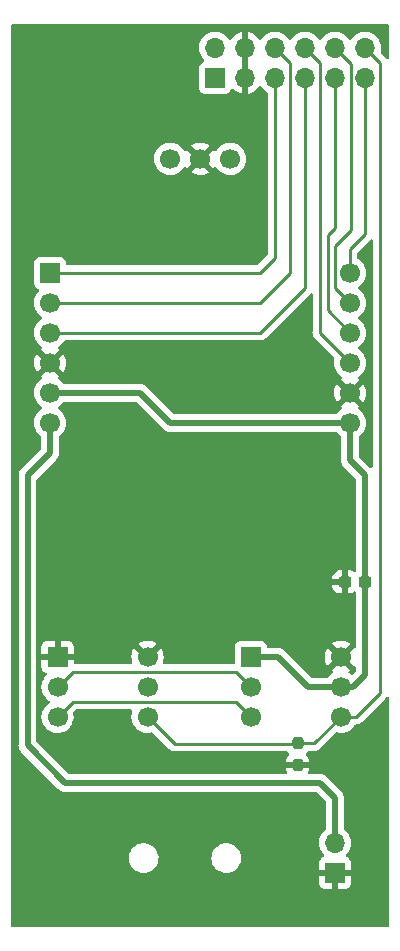
<source format=gbl>
G04 #@! TF.GenerationSoftware,KiCad,Pcbnew,6.0.9-8da3e8f707~116~ubuntu20.04.1*
G04 #@! TF.CreationDate,2022-12-17T22:04:31+01:00*
G04 #@! TF.ProjectId,pcm_pmod,70636d5f-706d-46f6-942e-6b696361645f,rev?*
G04 #@! TF.SameCoordinates,Original*
G04 #@! TF.FileFunction,Copper,L2,Bot*
G04 #@! TF.FilePolarity,Positive*
%FSLAX46Y46*%
G04 Gerber Fmt 4.6, Leading zero omitted, Abs format (unit mm)*
G04 Created by KiCad (PCBNEW 6.0.9-8da3e8f707~116~ubuntu20.04.1) date 2022-12-17 22:04:31*
%MOMM*%
%LPD*%
G01*
G04 APERTURE LIST*
G04 Aperture macros list*
%AMRoundRect*
0 Rectangle with rounded corners*
0 $1 Rounding radius*
0 $2 $3 $4 $5 $6 $7 $8 $9 X,Y pos of 4 corners*
0 Add a 4 corners polygon primitive as box body*
4,1,4,$2,$3,$4,$5,$6,$7,$8,$9,$2,$3,0*
0 Add four circle primitives for the rounded corners*
1,1,$1+$1,$2,$3*
1,1,$1+$1,$4,$5*
1,1,$1+$1,$6,$7*
1,1,$1+$1,$8,$9*
0 Add four rect primitives between the rounded corners*
20,1,$1+$1,$2,$3,$4,$5,0*
20,1,$1+$1,$4,$5,$6,$7,0*
20,1,$1+$1,$6,$7,$8,$9,0*
20,1,$1+$1,$8,$9,$2,$3,0*%
G04 Aperture macros list end*
G04 #@! TA.AperFunction,ComponentPad*
%ADD10R,1.700000X1.700000*%
G04 #@! TD*
G04 #@! TA.AperFunction,ComponentPad*
%ADD11C,1.700000*%
G04 #@! TD*
G04 #@! TA.AperFunction,ComponentPad*
%ADD12O,1.700000X1.700000*%
G04 #@! TD*
G04 #@! TA.AperFunction,SMDPad,CuDef*
%ADD13RoundRect,0.237500X0.300000X0.237500X-0.300000X0.237500X-0.300000X-0.237500X0.300000X-0.237500X0*%
G04 #@! TD*
G04 #@! TA.AperFunction,SMDPad,CuDef*
%ADD14RoundRect,0.237500X-0.237500X0.250000X-0.237500X-0.250000X0.237500X-0.250000X0.237500X0.250000X0*%
G04 #@! TD*
G04 #@! TA.AperFunction,Conductor*
%ADD15C,0.500000*%
G04 #@! TD*
G04 #@! TA.AperFunction,Conductor*
%ADD16C,0.250000*%
G04 #@! TD*
G04 APERTURE END LIST*
D10*
X101600000Y-87630000D03*
D11*
X101600000Y-90170000D03*
X101600000Y-92710000D03*
X101600000Y-95250000D03*
X101600000Y-97790000D03*
X101600000Y-100330000D03*
X127000000Y-100330000D03*
X127000000Y-97790000D03*
X127000000Y-95250000D03*
X127000000Y-92710000D03*
X127000000Y-90170000D03*
X127000000Y-87630000D03*
X116840000Y-77978000D03*
X114300000Y-77978000D03*
X111760000Y-77978000D03*
D10*
X115570000Y-71120000D03*
D12*
X115570000Y-68580000D03*
X118110000Y-71120000D03*
X118110000Y-68580000D03*
X120650000Y-71120000D03*
X120650000Y-68580000D03*
X123190000Y-71120000D03*
X123190000Y-68580000D03*
X125730000Y-71120000D03*
X125730000Y-68580000D03*
X128270000Y-71120000D03*
X128270000Y-68580000D03*
D10*
X118595000Y-120142000D03*
D11*
X118595000Y-122682000D03*
X118595000Y-125222000D03*
X126215000Y-125222000D03*
X126215000Y-122682000D03*
X126215000Y-120142000D03*
D10*
X102235000Y-120142000D03*
D11*
X102235000Y-122682000D03*
X102235000Y-125222000D03*
X109855000Y-125222000D03*
X109855000Y-122682000D03*
X109855000Y-120142000D03*
D10*
X125730000Y-138430000D03*
D12*
X125730000Y-135890000D03*
D13*
X128270000Y-113792000D03*
X126545000Y-113792000D03*
D14*
X122555000Y-127461000D03*
X122555000Y-129286000D03*
D15*
X123444000Y-122682000D02*
X126215000Y-122682000D01*
X128270000Y-104775000D02*
X127000000Y-103505000D01*
X126215000Y-122682000D02*
X127254000Y-122682000D01*
X118595000Y-120142000D02*
X120904000Y-120142000D01*
X127000000Y-103505000D02*
X127000000Y-100330000D01*
X127000000Y-100330000D02*
X111760000Y-100330000D01*
X120904000Y-120142000D02*
X123444000Y-122682000D01*
X128270000Y-121666000D02*
X128270000Y-104775000D01*
X127254000Y-122682000D02*
X128270000Y-121666000D01*
X109220000Y-97790000D02*
X101600000Y-97790000D01*
X111760000Y-100330000D02*
X109220000Y-97790000D01*
D16*
X101600000Y-87630000D02*
X119380000Y-87630000D01*
X119380000Y-87630000D02*
X120650000Y-86360000D01*
X120650000Y-86360000D02*
X120650000Y-71120000D01*
X101600000Y-90170000D02*
X119380000Y-90170000D01*
X121920000Y-87630000D02*
X121920000Y-69850000D01*
X121920000Y-69850000D02*
X120650000Y-68580000D01*
X119380000Y-90170000D02*
X121920000Y-87630000D01*
X123190000Y-88900000D02*
X119380000Y-92710000D01*
X119380000Y-92710000D02*
X101600000Y-92710000D01*
X123190000Y-71120000D02*
X123190000Y-88900000D01*
X127000000Y-95250000D02*
X124460000Y-92710000D01*
X124460000Y-92710000D02*
X124460000Y-69850000D01*
X124460000Y-69850000D02*
X123190000Y-68580000D01*
X118595000Y-122682000D02*
X117325000Y-121412000D01*
X125730000Y-83820000D02*
X125730000Y-71120000D01*
X125095000Y-84455000D02*
X125730000Y-83820000D01*
X127000000Y-92710000D02*
X125095000Y-90805000D01*
X117325000Y-121412000D02*
X103505000Y-121412000D01*
X125095000Y-90805000D02*
X125095000Y-84455000D01*
X103505000Y-121412000D02*
X102235000Y-122682000D01*
X127095000Y-69945000D02*
X125730000Y-68580000D01*
X125730000Y-85344000D02*
X127095000Y-83979000D01*
X125730000Y-88900000D02*
X125730000Y-85344000D01*
X127095000Y-83979000D02*
X127095000Y-69945000D01*
X127000000Y-90170000D02*
X125730000Y-88900000D01*
X127000000Y-85598000D02*
X128270000Y-84328000D01*
X103505000Y-123952000D02*
X102235000Y-125222000D01*
X128270000Y-84328000D02*
X128270000Y-71120000D01*
X117325000Y-123952000D02*
X103505000Y-123952000D01*
X127000000Y-87630000D02*
X127000000Y-85598000D01*
X118595000Y-125222000D02*
X117325000Y-123952000D01*
D15*
X102870000Y-130810000D02*
X124460000Y-130810000D01*
X125730000Y-132080000D02*
X125730000Y-135890000D01*
X124460000Y-130810000D02*
X125730000Y-132080000D01*
X99695000Y-104775000D02*
X99695000Y-127635000D01*
X101600000Y-102870000D02*
X99695000Y-104775000D01*
X101600000Y-100330000D02*
X101600000Y-102870000D01*
X99695000Y-127635000D02*
X102870000Y-130810000D01*
D16*
X122508000Y-127508000D02*
X122555000Y-127461000D01*
X129540000Y-123190000D02*
X127508000Y-125222000D01*
X129540000Y-69850000D02*
X129540000Y-123190000D01*
X127508000Y-125222000D02*
X126215000Y-125222000D01*
X122555000Y-127461000D02*
X123976000Y-127461000D01*
X109855000Y-125222000D02*
X112141000Y-127508000D01*
X112141000Y-127508000D02*
X122508000Y-127508000D01*
X123976000Y-127461000D02*
X126215000Y-125222000D01*
X128270000Y-68580000D02*
X129540000Y-69850000D01*
G04 #@! TA.AperFunction,Conductor*
G36*
X130145018Y-66550000D02*
G01*
X130159853Y-66552310D01*
X130159855Y-66552310D01*
X130168724Y-66553691D01*
X130174508Y-66552935D01*
X130240868Y-66573307D01*
X130286700Y-66627528D01*
X130295165Y-66668873D01*
X130296309Y-66668723D01*
X130296309Y-66668724D01*
X130296329Y-66668873D01*
X130300436Y-66700283D01*
X130301500Y-66716621D01*
X130301500Y-69432550D01*
X130281498Y-69500671D01*
X130227842Y-69547164D01*
X130157568Y-69557268D01*
X130092988Y-69527774D01*
X130067047Y-69496689D01*
X130048580Y-69465463D01*
X130048575Y-69465457D01*
X130044542Y-69458637D01*
X130030218Y-69444313D01*
X130017376Y-69429278D01*
X130005472Y-69412893D01*
X129971406Y-69384711D01*
X129962627Y-69376722D01*
X129621218Y-69035313D01*
X129587192Y-68973001D01*
X129589755Y-68909589D01*
X129600865Y-68873022D01*
X129602370Y-68868069D01*
X129631529Y-68646590D01*
X129633156Y-68580000D01*
X129614852Y-68357361D01*
X129560431Y-68140702D01*
X129471354Y-67935840D01*
X129350014Y-67748277D01*
X129199670Y-67583051D01*
X129195619Y-67579852D01*
X129195615Y-67579848D01*
X129028414Y-67447800D01*
X129028410Y-67447798D01*
X129024359Y-67444598D01*
X128988028Y-67424542D01*
X128972136Y-67415769D01*
X128828789Y-67336638D01*
X128823920Y-67334914D01*
X128823916Y-67334912D01*
X128623087Y-67263795D01*
X128623083Y-67263794D01*
X128618212Y-67262069D01*
X128613119Y-67261162D01*
X128613116Y-67261161D01*
X128403373Y-67223800D01*
X128403367Y-67223799D01*
X128398284Y-67222894D01*
X128324452Y-67221992D01*
X128180081Y-67220228D01*
X128180079Y-67220228D01*
X128174911Y-67220165D01*
X127954091Y-67253955D01*
X127741756Y-67323357D01*
X127543607Y-67426507D01*
X127539474Y-67429610D01*
X127539471Y-67429612D01*
X127515247Y-67447800D01*
X127364965Y-67560635D01*
X127210629Y-67722138D01*
X127103201Y-67879621D01*
X127048293Y-67924621D01*
X126977768Y-67932792D01*
X126914021Y-67901538D01*
X126893324Y-67877054D01*
X126812822Y-67752617D01*
X126812820Y-67752614D01*
X126810014Y-67748277D01*
X126659670Y-67583051D01*
X126655619Y-67579852D01*
X126655615Y-67579848D01*
X126488414Y-67447800D01*
X126488410Y-67447798D01*
X126484359Y-67444598D01*
X126448028Y-67424542D01*
X126432136Y-67415769D01*
X126288789Y-67336638D01*
X126283920Y-67334914D01*
X126283916Y-67334912D01*
X126083087Y-67263795D01*
X126083083Y-67263794D01*
X126078212Y-67262069D01*
X126073119Y-67261162D01*
X126073116Y-67261161D01*
X125863373Y-67223800D01*
X125863367Y-67223799D01*
X125858284Y-67222894D01*
X125784452Y-67221992D01*
X125640081Y-67220228D01*
X125640079Y-67220228D01*
X125634911Y-67220165D01*
X125414091Y-67253955D01*
X125201756Y-67323357D01*
X125003607Y-67426507D01*
X124999474Y-67429610D01*
X124999471Y-67429612D01*
X124975247Y-67447800D01*
X124824965Y-67560635D01*
X124670629Y-67722138D01*
X124563201Y-67879621D01*
X124508293Y-67924621D01*
X124437768Y-67932792D01*
X124374021Y-67901538D01*
X124353324Y-67877054D01*
X124272822Y-67752617D01*
X124272820Y-67752614D01*
X124270014Y-67748277D01*
X124119670Y-67583051D01*
X124115619Y-67579852D01*
X124115615Y-67579848D01*
X123948414Y-67447800D01*
X123948410Y-67447798D01*
X123944359Y-67444598D01*
X123908028Y-67424542D01*
X123892136Y-67415769D01*
X123748789Y-67336638D01*
X123743920Y-67334914D01*
X123743916Y-67334912D01*
X123543087Y-67263795D01*
X123543083Y-67263794D01*
X123538212Y-67262069D01*
X123533119Y-67261162D01*
X123533116Y-67261161D01*
X123323373Y-67223800D01*
X123323367Y-67223799D01*
X123318284Y-67222894D01*
X123244452Y-67221992D01*
X123100081Y-67220228D01*
X123100079Y-67220228D01*
X123094911Y-67220165D01*
X122874091Y-67253955D01*
X122661756Y-67323357D01*
X122463607Y-67426507D01*
X122459474Y-67429610D01*
X122459471Y-67429612D01*
X122435247Y-67447800D01*
X122284965Y-67560635D01*
X122130629Y-67722138D01*
X122023201Y-67879621D01*
X121968293Y-67924621D01*
X121897768Y-67932792D01*
X121834021Y-67901538D01*
X121813324Y-67877054D01*
X121732822Y-67752617D01*
X121732820Y-67752614D01*
X121730014Y-67748277D01*
X121579670Y-67583051D01*
X121575619Y-67579852D01*
X121575615Y-67579848D01*
X121408414Y-67447800D01*
X121408410Y-67447798D01*
X121404359Y-67444598D01*
X121368028Y-67424542D01*
X121352136Y-67415769D01*
X121208789Y-67336638D01*
X121203920Y-67334914D01*
X121203916Y-67334912D01*
X121003087Y-67263795D01*
X121003083Y-67263794D01*
X120998212Y-67262069D01*
X120993119Y-67261162D01*
X120993116Y-67261161D01*
X120783373Y-67223800D01*
X120783367Y-67223799D01*
X120778284Y-67222894D01*
X120704452Y-67221992D01*
X120560081Y-67220228D01*
X120560079Y-67220228D01*
X120554911Y-67220165D01*
X120334091Y-67253955D01*
X120121756Y-67323357D01*
X119923607Y-67426507D01*
X119919474Y-67429610D01*
X119919471Y-67429612D01*
X119895247Y-67447800D01*
X119744965Y-67560635D01*
X119590629Y-67722138D01*
X119483204Y-67879618D01*
X119482898Y-67880066D01*
X119427987Y-67925069D01*
X119357462Y-67933240D01*
X119293715Y-67901986D01*
X119273018Y-67877502D01*
X119192426Y-67752926D01*
X119186136Y-67744757D01*
X119042806Y-67587240D01*
X119035273Y-67580215D01*
X118868139Y-67448222D01*
X118859552Y-67442517D01*
X118673117Y-67339599D01*
X118663705Y-67335369D01*
X118462959Y-67264280D01*
X118452988Y-67261646D01*
X118381837Y-67248972D01*
X118368540Y-67250432D01*
X118364000Y-67264989D01*
X118364000Y-72438517D01*
X118368064Y-72452359D01*
X118381478Y-72454393D01*
X118388184Y-72453534D01*
X118398262Y-72451392D01*
X118602255Y-72390191D01*
X118611842Y-72386433D01*
X118803095Y-72292739D01*
X118811945Y-72287464D01*
X118985328Y-72163792D01*
X118993200Y-72157139D01*
X119144052Y-72006812D01*
X119150730Y-71998965D01*
X119278022Y-71821819D01*
X119279279Y-71822722D01*
X119326373Y-71779362D01*
X119396311Y-71767145D01*
X119461751Y-71794678D01*
X119489579Y-71826511D01*
X119549987Y-71925088D01*
X119696250Y-72093938D01*
X119868126Y-72236632D01*
X119872593Y-72239242D01*
X119954070Y-72286853D01*
X120002794Y-72338491D01*
X120016500Y-72395641D01*
X120016500Y-86045405D01*
X119996498Y-86113526D01*
X119979595Y-86134500D01*
X119154500Y-86959595D01*
X119092188Y-86993621D01*
X119065405Y-86996500D01*
X103084500Y-86996500D01*
X103016379Y-86976498D01*
X102969886Y-86922842D01*
X102958500Y-86870500D01*
X102958500Y-86731866D01*
X102951745Y-86669684D01*
X102900615Y-86533295D01*
X102813261Y-86416739D01*
X102696705Y-86329385D01*
X102560316Y-86278255D01*
X102498134Y-86271500D01*
X100701866Y-86271500D01*
X100639684Y-86278255D01*
X100503295Y-86329385D01*
X100386739Y-86416739D01*
X100299385Y-86533295D01*
X100248255Y-86669684D01*
X100241500Y-86731866D01*
X100241500Y-88528134D01*
X100248255Y-88590316D01*
X100299385Y-88726705D01*
X100386739Y-88843261D01*
X100503295Y-88930615D01*
X100511704Y-88933767D01*
X100511705Y-88933768D01*
X100620451Y-88974535D01*
X100677216Y-89017176D01*
X100701916Y-89083738D01*
X100686709Y-89153087D01*
X100667316Y-89179568D01*
X100540629Y-89312138D01*
X100414743Y-89496680D01*
X100320688Y-89699305D01*
X100260989Y-89914570D01*
X100237251Y-90136695D01*
X100237548Y-90141848D01*
X100237548Y-90141851D01*
X100243011Y-90236590D01*
X100250110Y-90359715D01*
X100251247Y-90364761D01*
X100251248Y-90364767D01*
X100271119Y-90452939D01*
X100299222Y-90577639D01*
X100359014Y-90724890D01*
X100376662Y-90768351D01*
X100383266Y-90784616D01*
X100499987Y-90975088D01*
X100646250Y-91143938D01*
X100818126Y-91286632D01*
X100888595Y-91327811D01*
X100891445Y-91329476D01*
X100940169Y-91381114D01*
X100953240Y-91450897D01*
X100926509Y-91516669D01*
X100886055Y-91550027D01*
X100873607Y-91556507D01*
X100869474Y-91559610D01*
X100869471Y-91559612D01*
X100845247Y-91577800D01*
X100694965Y-91690635D01*
X100540629Y-91852138D01*
X100537715Y-91856410D01*
X100537714Y-91856411D01*
X100519838Y-91882617D01*
X100414743Y-92036680D01*
X100320688Y-92239305D01*
X100260989Y-92454570D01*
X100237251Y-92676695D01*
X100237548Y-92681848D01*
X100237548Y-92681851D01*
X100247874Y-92860930D01*
X100250110Y-92899715D01*
X100251247Y-92904761D01*
X100251248Y-92904767D01*
X100268435Y-92981028D01*
X100299222Y-93117639D01*
X100359014Y-93264890D01*
X100376662Y-93308351D01*
X100383266Y-93324616D01*
X100499987Y-93515088D01*
X100646250Y-93683938D01*
X100818126Y-93826632D01*
X100891955Y-93869774D01*
X100940679Y-93921412D01*
X100953750Y-93991195D01*
X100927019Y-94056967D01*
X100886562Y-94090327D01*
X100878460Y-94094544D01*
X100869734Y-94100039D01*
X100849677Y-94115099D01*
X100841223Y-94126427D01*
X100847968Y-94138758D01*
X101587188Y-94877978D01*
X101601132Y-94885592D01*
X101602965Y-94885461D01*
X101609580Y-94881210D01*
X102353389Y-94137401D01*
X102360410Y-94124544D01*
X102353611Y-94115213D01*
X102349559Y-94112521D01*
X102312602Y-94092120D01*
X102262631Y-94041687D01*
X102247859Y-93972245D01*
X102272975Y-93905839D01*
X102300327Y-93879232D01*
X102323797Y-93862491D01*
X102479860Y-93751173D01*
X102638096Y-93593489D01*
X102697594Y-93510689D01*
X102765435Y-93416277D01*
X102768453Y-93412077D01*
X102770746Y-93407437D01*
X102772446Y-93404608D01*
X102824674Y-93356518D01*
X102880451Y-93343500D01*
X119301233Y-93343500D01*
X119312416Y-93344027D01*
X119319909Y-93345702D01*
X119327835Y-93345453D01*
X119327836Y-93345453D01*
X119387986Y-93343562D01*
X119391945Y-93343500D01*
X119419856Y-93343500D01*
X119423791Y-93343003D01*
X119423856Y-93342995D01*
X119435693Y-93342062D01*
X119467951Y-93341048D01*
X119471970Y-93340922D01*
X119479889Y-93340673D01*
X119499343Y-93335021D01*
X119518700Y-93331013D01*
X119530930Y-93329468D01*
X119530931Y-93329468D01*
X119538797Y-93328474D01*
X119546168Y-93325555D01*
X119546170Y-93325555D01*
X119579912Y-93312196D01*
X119591142Y-93308351D01*
X119625983Y-93298229D01*
X119625984Y-93298229D01*
X119633593Y-93296018D01*
X119640412Y-93291985D01*
X119640417Y-93291983D01*
X119651028Y-93285707D01*
X119668776Y-93277012D01*
X119687617Y-93269552D01*
X119723387Y-93243564D01*
X119733307Y-93237048D01*
X119764535Y-93218580D01*
X119764538Y-93218578D01*
X119771362Y-93214542D01*
X119785683Y-93200221D01*
X119800717Y-93187380D01*
X119810694Y-93180131D01*
X119817107Y-93175472D01*
X119845298Y-93141395D01*
X119853288Y-93132616D01*
X123582247Y-89403657D01*
X123590537Y-89396113D01*
X123597018Y-89392000D01*
X123608649Y-89379614D01*
X123669862Y-89343648D01*
X123740802Y-89346485D01*
X123798946Y-89387225D01*
X123825835Y-89452933D01*
X123826500Y-89465866D01*
X123826500Y-92631233D01*
X123825973Y-92642416D01*
X123824298Y-92649909D01*
X123824547Y-92657835D01*
X123824547Y-92657836D01*
X123826438Y-92717986D01*
X123826500Y-92721945D01*
X123826500Y-92749856D01*
X123826997Y-92753790D01*
X123826997Y-92753791D01*
X123827005Y-92753856D01*
X123827938Y-92765693D01*
X123829327Y-92809889D01*
X123834978Y-92829339D01*
X123838987Y-92848700D01*
X123841526Y-92868797D01*
X123844445Y-92876168D01*
X123844445Y-92876170D01*
X123857804Y-92909912D01*
X123861649Y-92921142D01*
X123873982Y-92963593D01*
X123878015Y-92970412D01*
X123878017Y-92970417D01*
X123884293Y-92981028D01*
X123892988Y-92998776D01*
X123900448Y-93017617D01*
X123905110Y-93024033D01*
X123905110Y-93024034D01*
X123926436Y-93053387D01*
X123932952Y-93063307D01*
X123955458Y-93101362D01*
X123969779Y-93115683D01*
X123982619Y-93130716D01*
X123994528Y-93147107D01*
X124028605Y-93175298D01*
X124037384Y-93183288D01*
X125649778Y-94795682D01*
X125683804Y-94857994D01*
X125682100Y-94918448D01*
X125660989Y-94994570D01*
X125660441Y-94999700D01*
X125660440Y-94999704D01*
X125656933Y-95032522D01*
X125637251Y-95216695D01*
X125637548Y-95221848D01*
X125637548Y-95221851D01*
X125643011Y-95316590D01*
X125650110Y-95439715D01*
X125651247Y-95444761D01*
X125651248Y-95444767D01*
X125671119Y-95532939D01*
X125699222Y-95657639D01*
X125783266Y-95864616D01*
X125899987Y-96055088D01*
X126046250Y-96223938D01*
X126218126Y-96366632D01*
X126229063Y-96373023D01*
X126291955Y-96409774D01*
X126340679Y-96461412D01*
X126353750Y-96531195D01*
X126327019Y-96596967D01*
X126286562Y-96630327D01*
X126278460Y-96634544D01*
X126269734Y-96640039D01*
X126249677Y-96655099D01*
X126241223Y-96666427D01*
X126247968Y-96678758D01*
X126987188Y-97417978D01*
X127001132Y-97425592D01*
X127002965Y-97425461D01*
X127009580Y-97421210D01*
X127753389Y-96677401D01*
X127760410Y-96664544D01*
X127753611Y-96655213D01*
X127749559Y-96652521D01*
X127712602Y-96632120D01*
X127662631Y-96581687D01*
X127647859Y-96512245D01*
X127672975Y-96445839D01*
X127700327Y-96419232D01*
X127765110Y-96373023D01*
X127879860Y-96291173D01*
X128038096Y-96133489D01*
X128097594Y-96050689D01*
X128165435Y-95956277D01*
X128168453Y-95952077D01*
X128170874Y-95947180D01*
X128265136Y-95756453D01*
X128265137Y-95756451D01*
X128267430Y-95751811D01*
X128332370Y-95538069D01*
X128361529Y-95316590D01*
X128363156Y-95250000D01*
X128344852Y-95027361D01*
X128290431Y-94810702D01*
X128201354Y-94605840D01*
X128080014Y-94418277D01*
X127929670Y-94253051D01*
X127925619Y-94249852D01*
X127925615Y-94249848D01*
X127758414Y-94117800D01*
X127758410Y-94117798D01*
X127754359Y-94114598D01*
X127713053Y-94091796D01*
X127663084Y-94041364D01*
X127648312Y-93971921D01*
X127673428Y-93905516D01*
X127700780Y-93878909D01*
X127744603Y-93847650D01*
X127879860Y-93751173D01*
X128038096Y-93593489D01*
X128097594Y-93510689D01*
X128165435Y-93416277D01*
X128168453Y-93412077D01*
X128172145Y-93404608D01*
X128265136Y-93216453D01*
X128265137Y-93216451D01*
X128267430Y-93211811D01*
X128332370Y-92998069D01*
X128361529Y-92776590D01*
X128361940Y-92759760D01*
X128363074Y-92713365D01*
X128363074Y-92713361D01*
X128363156Y-92710000D01*
X128344852Y-92487361D01*
X128290431Y-92270702D01*
X128201354Y-92065840D01*
X128080014Y-91878277D01*
X127929670Y-91713051D01*
X127925619Y-91709852D01*
X127925615Y-91709848D01*
X127758414Y-91577800D01*
X127758410Y-91577798D01*
X127754359Y-91574598D01*
X127713053Y-91551796D01*
X127663084Y-91501364D01*
X127648312Y-91431921D01*
X127673428Y-91365516D01*
X127700780Y-91338909D01*
X127744603Y-91307650D01*
X127879860Y-91211173D01*
X128038096Y-91053489D01*
X128097594Y-90970689D01*
X128165435Y-90876277D01*
X128168453Y-90872077D01*
X128172145Y-90864608D01*
X128265136Y-90676453D01*
X128265137Y-90676451D01*
X128267430Y-90671811D01*
X128332370Y-90458069D01*
X128361529Y-90236590D01*
X128363156Y-90170000D01*
X128344852Y-89947361D01*
X128290431Y-89730702D01*
X128201354Y-89525840D01*
X128080014Y-89338277D01*
X127929670Y-89173051D01*
X127925619Y-89169852D01*
X127925615Y-89169848D01*
X127758414Y-89037800D01*
X127758410Y-89037798D01*
X127754359Y-89034598D01*
X127713053Y-89011796D01*
X127663084Y-88961364D01*
X127648312Y-88891921D01*
X127673428Y-88825516D01*
X127700780Y-88798909D01*
X127791932Y-88733891D01*
X127879860Y-88671173D01*
X128038096Y-88513489D01*
X128168453Y-88332077D01*
X128173741Y-88321379D01*
X128265136Y-88136453D01*
X128265137Y-88136451D01*
X128267430Y-88131811D01*
X128332370Y-87918069D01*
X128361529Y-87696590D01*
X128363156Y-87630000D01*
X128344852Y-87407361D01*
X128290431Y-87190702D01*
X128201354Y-86985840D01*
X128080014Y-86798277D01*
X127929670Y-86633051D01*
X127925619Y-86629852D01*
X127925615Y-86629848D01*
X127758414Y-86497800D01*
X127758410Y-86497798D01*
X127754359Y-86494598D01*
X127749835Y-86492101D01*
X127749831Y-86492098D01*
X127698608Y-86463822D01*
X127648636Y-86413390D01*
X127633500Y-86353513D01*
X127633500Y-85912594D01*
X127653502Y-85844473D01*
X127670405Y-85823499D01*
X128662247Y-84831657D01*
X128670537Y-84824113D01*
X128677018Y-84820000D01*
X128688649Y-84807614D01*
X128749862Y-84771648D01*
X128820802Y-84774485D01*
X128878946Y-84815225D01*
X128905835Y-84880933D01*
X128906500Y-84893866D01*
X128906500Y-104034629D01*
X128886498Y-104102750D01*
X128832842Y-104149243D01*
X128762568Y-104159347D01*
X128697988Y-104129853D01*
X128691405Y-104123724D01*
X127795405Y-103227724D01*
X127761379Y-103165412D01*
X127758500Y-103138629D01*
X127758500Y-101522632D01*
X127778502Y-101454511D01*
X127811331Y-101420054D01*
X127879860Y-101371173D01*
X128038096Y-101213489D01*
X128097594Y-101130689D01*
X128165435Y-101036277D01*
X128168453Y-101032077D01*
X128178095Y-101012569D01*
X128265136Y-100836453D01*
X128265137Y-100836451D01*
X128267430Y-100831811D01*
X128332370Y-100618069D01*
X128361529Y-100396590D01*
X128363156Y-100330000D01*
X128344852Y-100107361D01*
X128290431Y-99890702D01*
X128201354Y-99685840D01*
X128127384Y-99571500D01*
X128082822Y-99502617D01*
X128082820Y-99502614D01*
X128080014Y-99498277D01*
X127929670Y-99333051D01*
X127925619Y-99329852D01*
X127925615Y-99329848D01*
X127758414Y-99197800D01*
X127758410Y-99197798D01*
X127754359Y-99194598D01*
X127712569Y-99171529D01*
X127662598Y-99121097D01*
X127647826Y-99051654D01*
X127672942Y-98985248D01*
X127700293Y-98958642D01*
X127749247Y-98923723D01*
X127757648Y-98913023D01*
X127750660Y-98899870D01*
X127012812Y-98162022D01*
X126998868Y-98154408D01*
X126997035Y-98154539D01*
X126990420Y-98158790D01*
X126246737Y-98902473D01*
X126239977Y-98914853D01*
X126245258Y-98921907D01*
X126291969Y-98949203D01*
X126340693Y-99000841D01*
X126353764Y-99070624D01*
X126327033Y-99136396D01*
X126286584Y-99169752D01*
X126273607Y-99176507D01*
X126269474Y-99179610D01*
X126269471Y-99179612D01*
X126245247Y-99197800D01*
X126094965Y-99310635D01*
X125940629Y-99472138D01*
X125910363Y-99516507D01*
X125855455Y-99561507D01*
X125806277Y-99571500D01*
X112126371Y-99571500D01*
X112058250Y-99551498D01*
X112037276Y-99534595D01*
X110264544Y-97761863D01*
X125638050Y-97761863D01*
X125650309Y-97974477D01*
X125651745Y-97984697D01*
X125698565Y-98192446D01*
X125701645Y-98202275D01*
X125781770Y-98399603D01*
X125786413Y-98408794D01*
X125866460Y-98539420D01*
X125876916Y-98548880D01*
X125885694Y-98545096D01*
X126627978Y-97802812D01*
X126634356Y-97791132D01*
X127364408Y-97791132D01*
X127364539Y-97792965D01*
X127368790Y-97799580D01*
X128110474Y-98541264D01*
X128122484Y-98547823D01*
X128134223Y-98538855D01*
X128165004Y-98496019D01*
X128170315Y-98487180D01*
X128264670Y-98296267D01*
X128268469Y-98286672D01*
X128330376Y-98082915D01*
X128332555Y-98072834D01*
X128360590Y-97859887D01*
X128361109Y-97853212D01*
X128362572Y-97793364D01*
X128362378Y-97786646D01*
X128344781Y-97572604D01*
X128343096Y-97562424D01*
X128291214Y-97355875D01*
X128287894Y-97346124D01*
X128202972Y-97150814D01*
X128198105Y-97141739D01*
X128133063Y-97041197D01*
X128122377Y-97031995D01*
X128112812Y-97036398D01*
X127372022Y-97777188D01*
X127364408Y-97791132D01*
X126634356Y-97791132D01*
X126635592Y-97788868D01*
X126635461Y-97787035D01*
X126631210Y-97780420D01*
X125889849Y-97039059D01*
X125878313Y-97032759D01*
X125866031Y-97042382D01*
X125818089Y-97112662D01*
X125813004Y-97121613D01*
X125723338Y-97314783D01*
X125719775Y-97324470D01*
X125662864Y-97529681D01*
X125660933Y-97539800D01*
X125638302Y-97751574D01*
X125638050Y-97761863D01*
X110264544Y-97761863D01*
X109803770Y-97301089D01*
X109791384Y-97286677D01*
X109782851Y-97275082D01*
X109782846Y-97275077D01*
X109778508Y-97269182D01*
X109772930Y-97264443D01*
X109772927Y-97264440D01*
X109738232Y-97234965D01*
X109730716Y-97228035D01*
X109725021Y-97222340D01*
X109718880Y-97217482D01*
X109702749Y-97204719D01*
X109699345Y-97201928D01*
X109649297Y-97159409D01*
X109649295Y-97159408D01*
X109643715Y-97154667D01*
X109637199Y-97151339D01*
X109632150Y-97147972D01*
X109627021Y-97144805D01*
X109621284Y-97140266D01*
X109555125Y-97109345D01*
X109551225Y-97107439D01*
X109486192Y-97074231D01*
X109479084Y-97072492D01*
X109473441Y-97070393D01*
X109467678Y-97068476D01*
X109461050Y-97065378D01*
X109389583Y-97050513D01*
X109385299Y-97049543D01*
X109351191Y-97041197D01*
X109314390Y-97032192D01*
X109308788Y-97031844D01*
X109308785Y-97031844D01*
X109303236Y-97031500D01*
X109303238Y-97031464D01*
X109299245Y-97031225D01*
X109295053Y-97030851D01*
X109287885Y-97029360D01*
X109221675Y-97031151D01*
X109210479Y-97031454D01*
X109207072Y-97031500D01*
X102795939Y-97031500D01*
X102727818Y-97011498D01*
X102690147Y-96973941D01*
X102682818Y-96962612D01*
X102680014Y-96958277D01*
X102529670Y-96793051D01*
X102525619Y-96789852D01*
X102525615Y-96789848D01*
X102358414Y-96657800D01*
X102358410Y-96657798D01*
X102354359Y-96654598D01*
X102312569Y-96631529D01*
X102262598Y-96581097D01*
X102247826Y-96511654D01*
X102272942Y-96445248D01*
X102300293Y-96418642D01*
X102349247Y-96383723D01*
X102357648Y-96373023D01*
X102350660Y-96359870D01*
X101612812Y-95622022D01*
X101598868Y-95614408D01*
X101597035Y-95614539D01*
X101590420Y-95618790D01*
X100846737Y-96362473D01*
X100839977Y-96374853D01*
X100845258Y-96381907D01*
X100891969Y-96409203D01*
X100940693Y-96460841D01*
X100953764Y-96530624D01*
X100927033Y-96596396D01*
X100886584Y-96629752D01*
X100873607Y-96636507D01*
X100869474Y-96639610D01*
X100869471Y-96639612D01*
X100699100Y-96767530D01*
X100694965Y-96770635D01*
X100540629Y-96932138D01*
X100414743Y-97116680D01*
X100403795Y-97140266D01*
X100329144Y-97301089D01*
X100320688Y-97319305D01*
X100260989Y-97534570D01*
X100237251Y-97756695D01*
X100237548Y-97761848D01*
X100237548Y-97761851D01*
X100239910Y-97802812D01*
X100250110Y-97979715D01*
X100251247Y-97984761D01*
X100251248Y-97984767D01*
X100273367Y-98082915D01*
X100299222Y-98197639D01*
X100383266Y-98404616D01*
X100499987Y-98595088D01*
X100646250Y-98763938D01*
X100818126Y-98906632D01*
X100829063Y-98913023D01*
X100891445Y-98949476D01*
X100940169Y-99001114D01*
X100953240Y-99070897D01*
X100926509Y-99136669D01*
X100886055Y-99170027D01*
X100873607Y-99176507D01*
X100869474Y-99179610D01*
X100869471Y-99179612D01*
X100845247Y-99197800D01*
X100694965Y-99310635D01*
X100540629Y-99472138D01*
X100537720Y-99476403D01*
X100537714Y-99476411D01*
X100498024Y-99534595D01*
X100414743Y-99656680D01*
X100320688Y-99859305D01*
X100260989Y-100074570D01*
X100237251Y-100296695D01*
X100237548Y-100301848D01*
X100237548Y-100301851D01*
X100243011Y-100396590D01*
X100250110Y-100519715D01*
X100251247Y-100524761D01*
X100251248Y-100524767D01*
X100271119Y-100612939D01*
X100299222Y-100737639D01*
X100383266Y-100944616D01*
X100399693Y-100971423D01*
X100447603Y-101049604D01*
X100499987Y-101135088D01*
X100646250Y-101303938D01*
X100795985Y-101428250D01*
X100835620Y-101487152D01*
X100841500Y-101525194D01*
X100841500Y-102503629D01*
X100821498Y-102571750D01*
X100804595Y-102592724D01*
X99206089Y-104191230D01*
X99191677Y-104203616D01*
X99180082Y-104212149D01*
X99180077Y-104212154D01*
X99174182Y-104216492D01*
X99169443Y-104222070D01*
X99169440Y-104222073D01*
X99139965Y-104256768D01*
X99133035Y-104264284D01*
X99127340Y-104269979D01*
X99125060Y-104272861D01*
X99109719Y-104292251D01*
X99106928Y-104295655D01*
X99064409Y-104345703D01*
X99059667Y-104351285D01*
X99056339Y-104357801D01*
X99052972Y-104362850D01*
X99049805Y-104367979D01*
X99045266Y-104373716D01*
X99014345Y-104439875D01*
X99012442Y-104443769D01*
X98979231Y-104508808D01*
X98977492Y-104515916D01*
X98975393Y-104521559D01*
X98973476Y-104527322D01*
X98970378Y-104533950D01*
X98968888Y-104541112D01*
X98968888Y-104541113D01*
X98955514Y-104605412D01*
X98954544Y-104609696D01*
X98937192Y-104680610D01*
X98936500Y-104691764D01*
X98936464Y-104691762D01*
X98936225Y-104695755D01*
X98935851Y-104699947D01*
X98934360Y-104707115D01*
X98934558Y-104714432D01*
X98936454Y-104784521D01*
X98936500Y-104787928D01*
X98936500Y-127567930D01*
X98935067Y-127586880D01*
X98931801Y-127608349D01*
X98932394Y-127615641D01*
X98932394Y-127615644D01*
X98936085Y-127661018D01*
X98936500Y-127671233D01*
X98936500Y-127679293D01*
X98936925Y-127682937D01*
X98939789Y-127707507D01*
X98940222Y-127711882D01*
X98946140Y-127784637D01*
X98948396Y-127791601D01*
X98949587Y-127797560D01*
X98950971Y-127803415D01*
X98951818Y-127810681D01*
X98976735Y-127879327D01*
X98978152Y-127883455D01*
X98990135Y-127920443D01*
X99000649Y-127952899D01*
X99004445Y-127959154D01*
X99006951Y-127964628D01*
X99009670Y-127970058D01*
X99012167Y-127976937D01*
X99016180Y-127983057D01*
X99016180Y-127983058D01*
X99052186Y-128037976D01*
X99054523Y-128041680D01*
X99092405Y-128104107D01*
X99096121Y-128108315D01*
X99096122Y-128108316D01*
X99099803Y-128112484D01*
X99099776Y-128112508D01*
X99102429Y-128115500D01*
X99105132Y-128118733D01*
X99109144Y-128124852D01*
X99147832Y-128161502D01*
X99165383Y-128178128D01*
X99167825Y-128180506D01*
X102286230Y-131298911D01*
X102298616Y-131313323D01*
X102307149Y-131324918D01*
X102307154Y-131324923D01*
X102311492Y-131330818D01*
X102317070Y-131335557D01*
X102317073Y-131335560D01*
X102351768Y-131365035D01*
X102359284Y-131371965D01*
X102364979Y-131377660D01*
X102367861Y-131379940D01*
X102387251Y-131395281D01*
X102390655Y-131398072D01*
X102440703Y-131440591D01*
X102446285Y-131445333D01*
X102452801Y-131448661D01*
X102457850Y-131452028D01*
X102462979Y-131455195D01*
X102468716Y-131459734D01*
X102534875Y-131490655D01*
X102538769Y-131492558D01*
X102603808Y-131525769D01*
X102610916Y-131527508D01*
X102616559Y-131529607D01*
X102622322Y-131531524D01*
X102628950Y-131534622D01*
X102636112Y-131536112D01*
X102636113Y-131536112D01*
X102700412Y-131549486D01*
X102704696Y-131550456D01*
X102775610Y-131567808D01*
X102781212Y-131568156D01*
X102781215Y-131568156D01*
X102786764Y-131568500D01*
X102786762Y-131568536D01*
X102790755Y-131568775D01*
X102794947Y-131569149D01*
X102802115Y-131570640D01*
X102879520Y-131568546D01*
X102882928Y-131568500D01*
X124093629Y-131568500D01*
X124161750Y-131588502D01*
X124182724Y-131605405D01*
X124934595Y-132357276D01*
X124968621Y-132419588D01*
X124971500Y-132446371D01*
X124971500Y-134697655D01*
X124951498Y-134765776D01*
X124921153Y-134798415D01*
X124829100Y-134867530D01*
X124824965Y-134870635D01*
X124670629Y-135032138D01*
X124544743Y-135216680D01*
X124450688Y-135419305D01*
X124390989Y-135634570D01*
X124367251Y-135856695D01*
X124367548Y-135861848D01*
X124367548Y-135861851D01*
X124374250Y-135978077D01*
X124380110Y-136079715D01*
X124381247Y-136084761D01*
X124381248Y-136084767D01*
X124396070Y-136150535D01*
X124429222Y-136297639D01*
X124467461Y-136391811D01*
X124502657Y-136478488D01*
X124513266Y-136504616D01*
X124515965Y-136509020D01*
X124625599Y-136687927D01*
X124629987Y-136695088D01*
X124776250Y-136863938D01*
X124780225Y-136867238D01*
X124780231Y-136867244D01*
X124785425Y-136871556D01*
X124825059Y-136930460D01*
X124826555Y-137001441D01*
X124789439Y-137061962D01*
X124749168Y-137086480D01*
X124641946Y-137126676D01*
X124626351Y-137135214D01*
X124524276Y-137211715D01*
X124511715Y-137224276D01*
X124435214Y-137326351D01*
X124426676Y-137341946D01*
X124381522Y-137462394D01*
X124377895Y-137477649D01*
X124372369Y-137528514D01*
X124372000Y-137535328D01*
X124372000Y-138157885D01*
X124376475Y-138173124D01*
X124377865Y-138174329D01*
X124385548Y-138176000D01*
X127069884Y-138176000D01*
X127085123Y-138171525D01*
X127086328Y-138170135D01*
X127087999Y-138162452D01*
X127087999Y-137535331D01*
X127087629Y-137528510D01*
X127082105Y-137477648D01*
X127078479Y-137462396D01*
X127033324Y-137341946D01*
X127024786Y-137326351D01*
X126948285Y-137224276D01*
X126935724Y-137211715D01*
X126833649Y-137135214D01*
X126818054Y-137126676D01*
X126707813Y-137085348D01*
X126651049Y-137042706D01*
X126626349Y-136976145D01*
X126641557Y-136906796D01*
X126663104Y-136878115D01*
X126764430Y-136777144D01*
X126764440Y-136777132D01*
X126768096Y-136773489D01*
X126776049Y-136762422D01*
X126895435Y-136596277D01*
X126898453Y-136592077D01*
X126997430Y-136391811D01*
X127062370Y-136178069D01*
X127091529Y-135956590D01*
X127091611Y-135953240D01*
X127093074Y-135893365D01*
X127093074Y-135893361D01*
X127093156Y-135890000D01*
X127074852Y-135667361D01*
X127020431Y-135450702D01*
X126931354Y-135245840D01*
X126810014Y-135058277D01*
X126659670Y-134893051D01*
X126536407Y-134795703D01*
X126495345Y-134737785D01*
X126488500Y-134696821D01*
X126488500Y-132147069D01*
X126489933Y-132128118D01*
X126492099Y-132113883D01*
X126492099Y-132113881D01*
X126493199Y-132106651D01*
X126488915Y-132053982D01*
X126488500Y-132043767D01*
X126488500Y-132035707D01*
X126485211Y-132007493D01*
X126484778Y-132003118D01*
X126479454Y-131937661D01*
X126479453Y-131937658D01*
X126478860Y-131930363D01*
X126476604Y-131923399D01*
X126475413Y-131917440D01*
X126474029Y-131911585D01*
X126473182Y-131904319D01*
X126448265Y-131835673D01*
X126446848Y-131831545D01*
X126426607Y-131769064D01*
X126426606Y-131769062D01*
X126424351Y-131762101D01*
X126420555Y-131755846D01*
X126418049Y-131750372D01*
X126415330Y-131744942D01*
X126412833Y-131738063D01*
X126372809Y-131677016D01*
X126370472Y-131673312D01*
X126335509Y-131615693D01*
X126335505Y-131615688D01*
X126332595Y-131610892D01*
X126325197Y-131602516D01*
X126325223Y-131602493D01*
X126322574Y-131599503D01*
X126319866Y-131596264D01*
X126315856Y-131590148D01*
X126310549Y-131585121D01*
X126310546Y-131585117D01*
X126259617Y-131536872D01*
X126257175Y-131534494D01*
X125043770Y-130321089D01*
X125031384Y-130306677D01*
X125022851Y-130295082D01*
X125022846Y-130295077D01*
X125018508Y-130289182D01*
X125012930Y-130284443D01*
X125012927Y-130284440D01*
X124978232Y-130254965D01*
X124970716Y-130248035D01*
X124965021Y-130242340D01*
X124958880Y-130237482D01*
X124942749Y-130224719D01*
X124939345Y-130221928D01*
X124889297Y-130179409D01*
X124889295Y-130179408D01*
X124883715Y-130174667D01*
X124877199Y-130171339D01*
X124872150Y-130167972D01*
X124867021Y-130164805D01*
X124861284Y-130160266D01*
X124795125Y-130129345D01*
X124791225Y-130127439D01*
X124726192Y-130094231D01*
X124719084Y-130092492D01*
X124713441Y-130090393D01*
X124707678Y-130088476D01*
X124701050Y-130085378D01*
X124629583Y-130070513D01*
X124625299Y-130069543D01*
X124554390Y-130052192D01*
X124548788Y-130051844D01*
X124548785Y-130051844D01*
X124543236Y-130051500D01*
X124543238Y-130051464D01*
X124539245Y-130051225D01*
X124535053Y-130050851D01*
X124527885Y-130049360D01*
X124461675Y-130051151D01*
X124450479Y-130051454D01*
X124447072Y-130051500D01*
X123576204Y-130051500D01*
X123508083Y-130031498D01*
X123461590Y-129977842D01*
X123451486Y-129907568D01*
X123466420Y-129866355D01*
X123465817Y-129866074D01*
X123475056Y-129846259D01*
X123525315Y-129694734D01*
X123528181Y-129681368D01*
X123537672Y-129588730D01*
X123538000Y-129582315D01*
X123538000Y-129558115D01*
X123533525Y-129542876D01*
X123532135Y-129541671D01*
X123524452Y-129540000D01*
X121590115Y-129540000D01*
X121574876Y-129544475D01*
X121573671Y-129545865D01*
X121572000Y-129553548D01*
X121572000Y-129582266D01*
X121572337Y-129588782D01*
X121582075Y-129682632D01*
X121584968Y-129696028D01*
X121635488Y-129847453D01*
X121644759Y-129867245D01*
X121643194Y-129867978D01*
X121659613Y-129927657D01*
X121638447Y-129995425D01*
X121584003Y-130040993D01*
X121533631Y-130051500D01*
X103236371Y-130051500D01*
X103168250Y-130031498D01*
X103147276Y-130014595D01*
X100490405Y-127357724D01*
X100456379Y-127295412D01*
X100453500Y-127268629D01*
X100453500Y-119869885D01*
X100877000Y-119869885D01*
X100881475Y-119885124D01*
X100882865Y-119886329D01*
X100890548Y-119888000D01*
X101962885Y-119888000D01*
X101978124Y-119883525D01*
X101979329Y-119882135D01*
X101981000Y-119874452D01*
X101981000Y-119869885D01*
X102489000Y-119869885D01*
X102493475Y-119885124D01*
X102494865Y-119886329D01*
X102502548Y-119888000D01*
X103574884Y-119888000D01*
X103590123Y-119883525D01*
X103591328Y-119882135D01*
X103592999Y-119874452D01*
X103592999Y-119247331D01*
X103592629Y-119240510D01*
X103587105Y-119189648D01*
X103583479Y-119174396D01*
X103538324Y-119053946D01*
X103529786Y-119038351D01*
X103514854Y-119018427D01*
X109096223Y-119018427D01*
X109102968Y-119030758D01*
X109842188Y-119769978D01*
X109856132Y-119777592D01*
X109857965Y-119777461D01*
X109864580Y-119773210D01*
X110608389Y-119029401D01*
X110615410Y-119016544D01*
X110608611Y-119007213D01*
X110604554Y-119004518D01*
X110418117Y-118901599D01*
X110408705Y-118897369D01*
X110207959Y-118826280D01*
X110197989Y-118823646D01*
X109988327Y-118786301D01*
X109978073Y-118785331D01*
X109765116Y-118782728D01*
X109754832Y-118783448D01*
X109544321Y-118815661D01*
X109534293Y-118818050D01*
X109331868Y-118884212D01*
X109322359Y-118888209D01*
X109133466Y-118986540D01*
X109124734Y-118992039D01*
X109104677Y-119007099D01*
X109096223Y-119018427D01*
X103514854Y-119018427D01*
X103453285Y-118936276D01*
X103440724Y-118923715D01*
X103338649Y-118847214D01*
X103323054Y-118838676D01*
X103202606Y-118793522D01*
X103187351Y-118789895D01*
X103136486Y-118784369D01*
X103129672Y-118784000D01*
X102507115Y-118784000D01*
X102491876Y-118788475D01*
X102490671Y-118789865D01*
X102489000Y-118797548D01*
X102489000Y-119869885D01*
X101981000Y-119869885D01*
X101981000Y-118802116D01*
X101976525Y-118786877D01*
X101975135Y-118785672D01*
X101967452Y-118784001D01*
X101340331Y-118784001D01*
X101333510Y-118784371D01*
X101282648Y-118789895D01*
X101267396Y-118793521D01*
X101146946Y-118838676D01*
X101131351Y-118847214D01*
X101029276Y-118923715D01*
X101016715Y-118936276D01*
X100940214Y-119038351D01*
X100931676Y-119053946D01*
X100886522Y-119174394D01*
X100882895Y-119189649D01*
X100877369Y-119240514D01*
X100877000Y-119247328D01*
X100877000Y-119869885D01*
X100453500Y-119869885D01*
X100453500Y-114075766D01*
X125499500Y-114075766D01*
X125499837Y-114082282D01*
X125509575Y-114176132D01*
X125512468Y-114189528D01*
X125562988Y-114340953D01*
X125569153Y-114354115D01*
X125652926Y-114489492D01*
X125661960Y-114500890D01*
X125774629Y-114613363D01*
X125786040Y-114622375D01*
X125921563Y-114705912D01*
X125934741Y-114712056D01*
X126086266Y-114762315D01*
X126099632Y-114765181D01*
X126192270Y-114774672D01*
X126198685Y-114775000D01*
X126272885Y-114775000D01*
X126288124Y-114770525D01*
X126289329Y-114769135D01*
X126291000Y-114761452D01*
X126291000Y-114064115D01*
X126286525Y-114048876D01*
X126285135Y-114047671D01*
X126277452Y-114046000D01*
X125517615Y-114046000D01*
X125502376Y-114050475D01*
X125501171Y-114051865D01*
X125499500Y-114059548D01*
X125499500Y-114075766D01*
X100453500Y-114075766D01*
X100453500Y-113519885D01*
X125499500Y-113519885D01*
X125503975Y-113535124D01*
X125505365Y-113536329D01*
X125513048Y-113538000D01*
X126272885Y-113538000D01*
X126288124Y-113533525D01*
X126289329Y-113532135D01*
X126291000Y-113524452D01*
X126291000Y-112827115D01*
X126286525Y-112811876D01*
X126285135Y-112810671D01*
X126277452Y-112809000D01*
X126198734Y-112809000D01*
X126192218Y-112809337D01*
X126098368Y-112819075D01*
X126084972Y-112821968D01*
X125933547Y-112872488D01*
X125920385Y-112878653D01*
X125785008Y-112962426D01*
X125773610Y-112971460D01*
X125661137Y-113084129D01*
X125652125Y-113095540D01*
X125568588Y-113231063D01*
X125562444Y-113244241D01*
X125512185Y-113395766D01*
X125509319Y-113409132D01*
X125499828Y-113501770D01*
X125499500Y-113508185D01*
X125499500Y-113519885D01*
X100453500Y-113519885D01*
X100453500Y-105141371D01*
X100473502Y-105073250D01*
X100490405Y-105052276D01*
X102088907Y-103453773D01*
X102103319Y-103441387D01*
X102114917Y-103432851D01*
X102114919Y-103432850D01*
X102120818Y-103428508D01*
X102125557Y-103422930D01*
X102125560Y-103422927D01*
X102155041Y-103388225D01*
X102161971Y-103380709D01*
X102167660Y-103375020D01*
X102169918Y-103372166D01*
X102169927Y-103372156D01*
X102185274Y-103352758D01*
X102188062Y-103349358D01*
X102230595Y-103299293D01*
X102230598Y-103299289D01*
X102235333Y-103293715D01*
X102238660Y-103287200D01*
X102242019Y-103282163D01*
X102245192Y-103277025D01*
X102249734Y-103271284D01*
X102280655Y-103205125D01*
X102282561Y-103201225D01*
X102300848Y-103165412D01*
X102315769Y-103136192D01*
X102317508Y-103129083D01*
X102319604Y-103123449D01*
X102321523Y-103117679D01*
X102324622Y-103111050D01*
X102339491Y-103039565D01*
X102340461Y-103035282D01*
X102356473Y-102969844D01*
X102357808Y-102964390D01*
X102358500Y-102953236D01*
X102358535Y-102953238D01*
X102358775Y-102949266D01*
X102359152Y-102945045D01*
X102360641Y-102937885D01*
X102358546Y-102860458D01*
X102358500Y-102857050D01*
X102358500Y-101522632D01*
X102378502Y-101454511D01*
X102411331Y-101420054D01*
X102479860Y-101371173D01*
X102638096Y-101213489D01*
X102697594Y-101130689D01*
X102765435Y-101036277D01*
X102768453Y-101032077D01*
X102778095Y-101012569D01*
X102865136Y-100836453D01*
X102865137Y-100836451D01*
X102867430Y-100831811D01*
X102932370Y-100618069D01*
X102961529Y-100396590D01*
X102963156Y-100330000D01*
X102944852Y-100107361D01*
X102890431Y-99890702D01*
X102801354Y-99685840D01*
X102727384Y-99571500D01*
X102682822Y-99502617D01*
X102682820Y-99502614D01*
X102680014Y-99498277D01*
X102529670Y-99333051D01*
X102525619Y-99329852D01*
X102525615Y-99329848D01*
X102358414Y-99197800D01*
X102358410Y-99197798D01*
X102354359Y-99194598D01*
X102313053Y-99171796D01*
X102263084Y-99121364D01*
X102248312Y-99051921D01*
X102273428Y-98985516D01*
X102300780Y-98958909D01*
X102365110Y-98913023D01*
X102479860Y-98831173D01*
X102638096Y-98673489D01*
X102690203Y-98600974D01*
X102746198Y-98557326D01*
X102792526Y-98548500D01*
X108853629Y-98548500D01*
X108921750Y-98568502D01*
X108942724Y-98585405D01*
X111176230Y-100818911D01*
X111188616Y-100833323D01*
X111197149Y-100844918D01*
X111197154Y-100844923D01*
X111201492Y-100850818D01*
X111207070Y-100855557D01*
X111207073Y-100855560D01*
X111241768Y-100885035D01*
X111249284Y-100891965D01*
X111254979Y-100897660D01*
X111257861Y-100899940D01*
X111277251Y-100915281D01*
X111280655Y-100918072D01*
X111330703Y-100960591D01*
X111336285Y-100965333D01*
X111342801Y-100968661D01*
X111347838Y-100972020D01*
X111352977Y-100975194D01*
X111358716Y-100979734D01*
X111365349Y-100982834D01*
X111424837Y-101010636D01*
X111428791Y-101012569D01*
X111493808Y-101045769D01*
X111500924Y-101047510D01*
X111506554Y-101049604D01*
X111512321Y-101051523D01*
X111518950Y-101054621D01*
X111526110Y-101056110D01*
X111526112Y-101056111D01*
X111590396Y-101069482D01*
X111594680Y-101070452D01*
X111665610Y-101087808D01*
X111671212Y-101088156D01*
X111671215Y-101088156D01*
X111676764Y-101088500D01*
X111676762Y-101088536D01*
X111680752Y-101088775D01*
X111684950Y-101089150D01*
X111692115Y-101090640D01*
X111769520Y-101088546D01*
X111772928Y-101088500D01*
X125802491Y-101088500D01*
X125870612Y-101108502D01*
X125899402Y-101135595D01*
X125899987Y-101135088D01*
X126046250Y-101303938D01*
X126195985Y-101428250D01*
X126235620Y-101487152D01*
X126241500Y-101525194D01*
X126241500Y-103437930D01*
X126240067Y-103456880D01*
X126236801Y-103478349D01*
X126237394Y-103485641D01*
X126237394Y-103485644D01*
X126241085Y-103531018D01*
X126241500Y-103541233D01*
X126241500Y-103549293D01*
X126241925Y-103552937D01*
X126244789Y-103577507D01*
X126245222Y-103581882D01*
X126251140Y-103654637D01*
X126253396Y-103661601D01*
X126254587Y-103667560D01*
X126255971Y-103673415D01*
X126256818Y-103680681D01*
X126281735Y-103749327D01*
X126283152Y-103753455D01*
X126305649Y-103822899D01*
X126309445Y-103829154D01*
X126311951Y-103834628D01*
X126314670Y-103840058D01*
X126317167Y-103846937D01*
X126321180Y-103853057D01*
X126321180Y-103853058D01*
X126357186Y-103907976D01*
X126359523Y-103911680D01*
X126397405Y-103974107D01*
X126401121Y-103978315D01*
X126401122Y-103978316D01*
X126404803Y-103982484D01*
X126404776Y-103982508D01*
X126407429Y-103985500D01*
X126410132Y-103988733D01*
X126414144Y-103994852D01*
X126419456Y-103999884D01*
X126470383Y-104048128D01*
X126472825Y-104050506D01*
X127474595Y-105052276D01*
X127508621Y-105114588D01*
X127511500Y-105141371D01*
X127511500Y-112865466D01*
X127491498Y-112933587D01*
X127437842Y-112980080D01*
X127367568Y-112990184D01*
X127307409Y-112964349D01*
X127303960Y-112961625D01*
X127168437Y-112878088D01*
X127155259Y-112871944D01*
X127003734Y-112821685D01*
X126990368Y-112818819D01*
X126897730Y-112809328D01*
X126891315Y-112809000D01*
X126817115Y-112809000D01*
X126801876Y-112813475D01*
X126800671Y-112814865D01*
X126799000Y-112822548D01*
X126799000Y-114756885D01*
X126803475Y-114772124D01*
X126804865Y-114773329D01*
X126812548Y-114775000D01*
X126891266Y-114775000D01*
X126897782Y-114774663D01*
X126991632Y-114764925D01*
X127005028Y-114762032D01*
X127156453Y-114711512D01*
X127169615Y-114705347D01*
X127304988Y-114621576D01*
X127307234Y-114619796D01*
X127309058Y-114619058D01*
X127311218Y-114617721D01*
X127311447Y-114618091D01*
X127373044Y-114593158D01*
X127442809Y-114606328D01*
X127494378Y-114655125D01*
X127511500Y-114718541D01*
X127511500Y-119262552D01*
X127491498Y-119330673D01*
X127437842Y-119377166D01*
X127367944Y-119387323D01*
X127338995Y-119383250D01*
X127327812Y-119388398D01*
X126587022Y-120129188D01*
X126579408Y-120143132D01*
X126579539Y-120144965D01*
X126583790Y-120151580D01*
X127325474Y-120893264D01*
X127339418Y-120900878D01*
X127368253Y-120898816D01*
X127375281Y-120896116D01*
X127444800Y-120910527D01*
X127495491Y-120960236D01*
X127511500Y-121021701D01*
X127511500Y-121299629D01*
X127491498Y-121367750D01*
X127474595Y-121388724D01*
X127242684Y-121620635D01*
X127180372Y-121654661D01*
X127109557Y-121649596D01*
X127075499Y-121630423D01*
X126969359Y-121546598D01*
X126927569Y-121523529D01*
X126877598Y-121473097D01*
X126862826Y-121403654D01*
X126887942Y-121337248D01*
X126915293Y-121310642D01*
X126964247Y-121275723D01*
X126972648Y-121265023D01*
X126965660Y-121251870D01*
X126227812Y-120514022D01*
X126213868Y-120506408D01*
X126212035Y-120506539D01*
X126205420Y-120510790D01*
X125461737Y-121254473D01*
X125454977Y-121266853D01*
X125460258Y-121273907D01*
X125506969Y-121301203D01*
X125555693Y-121352841D01*
X125568764Y-121422624D01*
X125542033Y-121488396D01*
X125501584Y-121521752D01*
X125488607Y-121528507D01*
X125484474Y-121531610D01*
X125484471Y-121531612D01*
X125360567Y-121624642D01*
X125309965Y-121662635D01*
X125155629Y-121824138D01*
X125125363Y-121868507D01*
X125070455Y-121913507D01*
X125021277Y-121923500D01*
X123810371Y-121923500D01*
X123742250Y-121903498D01*
X123721276Y-121886595D01*
X121948544Y-120113863D01*
X124853050Y-120113863D01*
X124865309Y-120326477D01*
X124866745Y-120336697D01*
X124913565Y-120544446D01*
X124916645Y-120554275D01*
X124996770Y-120751603D01*
X125001413Y-120760794D01*
X125081460Y-120891420D01*
X125091916Y-120900880D01*
X125100694Y-120897096D01*
X125842978Y-120154812D01*
X125850592Y-120140868D01*
X125850461Y-120139035D01*
X125846210Y-120132420D01*
X125104849Y-119391059D01*
X125093313Y-119384759D01*
X125081031Y-119394382D01*
X125033089Y-119464662D01*
X125028004Y-119473613D01*
X124938338Y-119666783D01*
X124934775Y-119676470D01*
X124877864Y-119881681D01*
X124875933Y-119891800D01*
X124853302Y-120103574D01*
X124853050Y-120113863D01*
X121948544Y-120113863D01*
X121487770Y-119653089D01*
X121475384Y-119638677D01*
X121466851Y-119627082D01*
X121466846Y-119627077D01*
X121462508Y-119621182D01*
X121456930Y-119616443D01*
X121456927Y-119616440D01*
X121422232Y-119586965D01*
X121414716Y-119580035D01*
X121409021Y-119574340D01*
X121402880Y-119569482D01*
X121386749Y-119556719D01*
X121383345Y-119553928D01*
X121333297Y-119511409D01*
X121333295Y-119511408D01*
X121327715Y-119506667D01*
X121321199Y-119503339D01*
X121316150Y-119499972D01*
X121311021Y-119496805D01*
X121305284Y-119492266D01*
X121239125Y-119461345D01*
X121235225Y-119459439D01*
X121170192Y-119426231D01*
X121163084Y-119424492D01*
X121157441Y-119422393D01*
X121151678Y-119420476D01*
X121145050Y-119417378D01*
X121073583Y-119402513D01*
X121069299Y-119401543D01*
X121035191Y-119393197D01*
X120998390Y-119384192D01*
X120992788Y-119383844D01*
X120992785Y-119383844D01*
X120987236Y-119383500D01*
X120987238Y-119383464D01*
X120983245Y-119383225D01*
X120979053Y-119382851D01*
X120971885Y-119381360D01*
X120905675Y-119383151D01*
X120894479Y-119383454D01*
X120891072Y-119383500D01*
X120079500Y-119383500D01*
X120011379Y-119363498D01*
X119964886Y-119309842D01*
X119953500Y-119257500D01*
X119953500Y-119243866D01*
X119946745Y-119181684D01*
X119895615Y-119045295D01*
X119875479Y-119018427D01*
X125456223Y-119018427D01*
X125462968Y-119030758D01*
X126202188Y-119769978D01*
X126216132Y-119777592D01*
X126217965Y-119777461D01*
X126224580Y-119773210D01*
X126968389Y-119029401D01*
X126975410Y-119016544D01*
X126968611Y-119007213D01*
X126964554Y-119004518D01*
X126778117Y-118901599D01*
X126768705Y-118897369D01*
X126567959Y-118826280D01*
X126557989Y-118823646D01*
X126348327Y-118786301D01*
X126338073Y-118785331D01*
X126125116Y-118782728D01*
X126114832Y-118783448D01*
X125904321Y-118815661D01*
X125894293Y-118818050D01*
X125691868Y-118884212D01*
X125682359Y-118888209D01*
X125493466Y-118986540D01*
X125484734Y-118992039D01*
X125464677Y-119007099D01*
X125456223Y-119018427D01*
X119875479Y-119018427D01*
X119808261Y-118928739D01*
X119691705Y-118841385D01*
X119555316Y-118790255D01*
X119493134Y-118783500D01*
X117696866Y-118783500D01*
X117634684Y-118790255D01*
X117498295Y-118841385D01*
X117381739Y-118928739D01*
X117294385Y-119045295D01*
X117243255Y-119181684D01*
X117236500Y-119243866D01*
X117236500Y-120652500D01*
X117216498Y-120720621D01*
X117162842Y-120767114D01*
X117110500Y-120778500D01*
X111250955Y-120778500D01*
X111182834Y-120758498D01*
X111136341Y-120704842D01*
X111126237Y-120634568D01*
X111130396Y-120615872D01*
X111185377Y-120434907D01*
X111187555Y-120424834D01*
X111215590Y-120211887D01*
X111216109Y-120205212D01*
X111217572Y-120145364D01*
X111217378Y-120138646D01*
X111199781Y-119924604D01*
X111198096Y-119914424D01*
X111146214Y-119707875D01*
X111142894Y-119698124D01*
X111057972Y-119502814D01*
X111053105Y-119493739D01*
X110988063Y-119393197D01*
X110977377Y-119383995D01*
X110967812Y-119388398D01*
X109944095Y-120412115D01*
X109881783Y-120446141D01*
X109810968Y-120441076D01*
X109765905Y-120412115D01*
X108744849Y-119391059D01*
X108733313Y-119384759D01*
X108721031Y-119394382D01*
X108673089Y-119464662D01*
X108668004Y-119473613D01*
X108578338Y-119666783D01*
X108574775Y-119676470D01*
X108517864Y-119881681D01*
X108515933Y-119891800D01*
X108493302Y-120103574D01*
X108493050Y-120113863D01*
X108505309Y-120326477D01*
X108506745Y-120336697D01*
X108553565Y-120544446D01*
X108556646Y-120554280D01*
X108577280Y-120605097D01*
X108584376Y-120675738D01*
X108552153Y-120739001D01*
X108490843Y-120774801D01*
X108460537Y-120778500D01*
X103719000Y-120778500D01*
X103650879Y-120758498D01*
X103604386Y-120704842D01*
X103593000Y-120652500D01*
X103593000Y-120414115D01*
X103588525Y-120398876D01*
X103587135Y-120397671D01*
X103579452Y-120396000D01*
X100895116Y-120396000D01*
X100879877Y-120400475D01*
X100878672Y-120401865D01*
X100877001Y-120409548D01*
X100877001Y-121036669D01*
X100877371Y-121043490D01*
X100882895Y-121094352D01*
X100886521Y-121109604D01*
X100931676Y-121230054D01*
X100940214Y-121245649D01*
X101016715Y-121347724D01*
X101029276Y-121360285D01*
X101131351Y-121436786D01*
X101146946Y-121445324D01*
X101255827Y-121486142D01*
X101312591Y-121528784D01*
X101337291Y-121595345D01*
X101322083Y-121664694D01*
X101302691Y-121691175D01*
X101291733Y-121702642D01*
X101175629Y-121824138D01*
X101172720Y-121828403D01*
X101172714Y-121828411D01*
X101133024Y-121886595D01*
X101049743Y-122008680D01*
X100955688Y-122211305D01*
X100895989Y-122426570D01*
X100872251Y-122648695D01*
X100872548Y-122653848D01*
X100872548Y-122653851D01*
X100878011Y-122748590D01*
X100885110Y-122871715D01*
X100886247Y-122876761D01*
X100886248Y-122876767D01*
X100906119Y-122964939D01*
X100934222Y-123089639D01*
X100983752Y-123211617D01*
X101011876Y-123280878D01*
X101018266Y-123296616D01*
X101034693Y-123323423D01*
X101100531Y-123430860D01*
X101134987Y-123487088D01*
X101281250Y-123655938D01*
X101453126Y-123798632D01*
X101523595Y-123839811D01*
X101526445Y-123841476D01*
X101575169Y-123893114D01*
X101588240Y-123962897D01*
X101561509Y-124028669D01*
X101521055Y-124062027D01*
X101508607Y-124068507D01*
X101504474Y-124071610D01*
X101504471Y-124071612D01*
X101480247Y-124089800D01*
X101329965Y-124202635D01*
X101175629Y-124364138D01*
X101049743Y-124548680D01*
X100955688Y-124751305D01*
X100895989Y-124966570D01*
X100872251Y-125188695D01*
X100872548Y-125193848D01*
X100872548Y-125193851D01*
X100878011Y-125288590D01*
X100885110Y-125411715D01*
X100886247Y-125416761D01*
X100886248Y-125416767D01*
X100906119Y-125504939D01*
X100934222Y-125629639D01*
X100994014Y-125776890D01*
X101011662Y-125820351D01*
X101018266Y-125836616D01*
X101134987Y-126027088D01*
X101281250Y-126195938D01*
X101453126Y-126338632D01*
X101646000Y-126451338D01*
X101650825Y-126453180D01*
X101650826Y-126453181D01*
X101709342Y-126475526D01*
X101854692Y-126531030D01*
X101859760Y-126532061D01*
X101859763Y-126532062D01*
X101967012Y-126553882D01*
X102073597Y-126575567D01*
X102078772Y-126575757D01*
X102078774Y-126575757D01*
X102291673Y-126583564D01*
X102291677Y-126583564D01*
X102296837Y-126583753D01*
X102301957Y-126583097D01*
X102301959Y-126583097D01*
X102513288Y-126556025D01*
X102513289Y-126556025D01*
X102518416Y-126555368D01*
X102564827Y-126541444D01*
X102727429Y-126492661D01*
X102727434Y-126492659D01*
X102732384Y-126491174D01*
X102932994Y-126392896D01*
X103114860Y-126263173D01*
X103273096Y-126105489D01*
X103332594Y-126022689D01*
X103400435Y-125928277D01*
X103400437Y-125928274D01*
X103403453Y-125924077D01*
X103436258Y-125857702D01*
X103500136Y-125728453D01*
X103500137Y-125728451D01*
X103502430Y-125723811D01*
X103567370Y-125510069D01*
X103596529Y-125288590D01*
X103598156Y-125222000D01*
X103579852Y-124999361D01*
X103551821Y-124887765D01*
X103554625Y-124816823D01*
X103584930Y-124767974D01*
X103730499Y-124622405D01*
X103792811Y-124588379D01*
X103819594Y-124585500D01*
X108456527Y-124585500D01*
X108524648Y-124605502D01*
X108571141Y-124659158D01*
X108581245Y-124729432D01*
X108575745Y-124751182D01*
X108575688Y-124751305D01*
X108515989Y-124966570D01*
X108492251Y-125188695D01*
X108492548Y-125193848D01*
X108492548Y-125193851D01*
X108498011Y-125288590D01*
X108505110Y-125411715D01*
X108506247Y-125416761D01*
X108506248Y-125416767D01*
X108526119Y-125504939D01*
X108554222Y-125629639D01*
X108614014Y-125776890D01*
X108631662Y-125820351D01*
X108638266Y-125836616D01*
X108754987Y-126027088D01*
X108901250Y-126195938D01*
X109073126Y-126338632D01*
X109266000Y-126451338D01*
X109270825Y-126453180D01*
X109270826Y-126453181D01*
X109329342Y-126475526D01*
X109474692Y-126531030D01*
X109479760Y-126532061D01*
X109479763Y-126532062D01*
X109587012Y-126553882D01*
X109693597Y-126575567D01*
X109698772Y-126575757D01*
X109698774Y-126575757D01*
X109911673Y-126583564D01*
X109911677Y-126583564D01*
X109916837Y-126583753D01*
X109921957Y-126583097D01*
X109921959Y-126583097D01*
X110133288Y-126556025D01*
X110133289Y-126556025D01*
X110138416Y-126555368D01*
X110143367Y-126553883D01*
X110143370Y-126553882D01*
X110184829Y-126541444D01*
X110255825Y-126541028D01*
X110310131Y-126573035D01*
X111637343Y-127900247D01*
X111644887Y-127908537D01*
X111649000Y-127915018D01*
X111654777Y-127920443D01*
X111698667Y-127961658D01*
X111701509Y-127964413D01*
X111721230Y-127984134D01*
X111724425Y-127986612D01*
X111733447Y-127994318D01*
X111765679Y-128024586D01*
X111772628Y-128028406D01*
X111783432Y-128034346D01*
X111799956Y-128045199D01*
X111815959Y-128057613D01*
X111856543Y-128075176D01*
X111867173Y-128080383D01*
X111905940Y-128101695D01*
X111913617Y-128103666D01*
X111913622Y-128103668D01*
X111925558Y-128106732D01*
X111944266Y-128113137D01*
X111962855Y-128121181D01*
X111970683Y-128122421D01*
X111970690Y-128122423D01*
X112006524Y-128128099D01*
X112018144Y-128130505D01*
X112053289Y-128139528D01*
X112060970Y-128141500D01*
X112081224Y-128141500D01*
X112100934Y-128143051D01*
X112120943Y-128146220D01*
X112128835Y-128145474D01*
X112164961Y-128142059D01*
X112176819Y-128141500D01*
X121640663Y-128141500D01*
X121708784Y-128161502D01*
X121729680Y-128178326D01*
X121836141Y-128284601D01*
X121870220Y-128346882D01*
X121865217Y-128417702D01*
X121836296Y-128462791D01*
X121733637Y-128565629D01*
X121724625Y-128577040D01*
X121641088Y-128712563D01*
X121634944Y-128725741D01*
X121584685Y-128877266D01*
X121581819Y-128890632D01*
X121572328Y-128983270D01*
X121572000Y-128989685D01*
X121572000Y-129013885D01*
X121576475Y-129029124D01*
X121577865Y-129030329D01*
X121585548Y-129032000D01*
X123519885Y-129032000D01*
X123535124Y-129027525D01*
X123536329Y-129026135D01*
X123538000Y-129018452D01*
X123538000Y-128989734D01*
X123537663Y-128983218D01*
X123527925Y-128889368D01*
X123525032Y-128875972D01*
X123474512Y-128724547D01*
X123468347Y-128711385D01*
X123384574Y-128576008D01*
X123375540Y-128564610D01*
X123273860Y-128463107D01*
X123239781Y-128400824D01*
X123244784Y-128330004D01*
X123273705Y-128284916D01*
X123274022Y-128284599D01*
X123381929Y-128176503D01*
X123395564Y-128154384D01*
X123448336Y-128106891D01*
X123502824Y-128094500D01*
X123897233Y-128094500D01*
X123908416Y-128095027D01*
X123915909Y-128096702D01*
X123923835Y-128096453D01*
X123923836Y-128096453D01*
X123983986Y-128094562D01*
X123987945Y-128094500D01*
X124015856Y-128094500D01*
X124019791Y-128094003D01*
X124019856Y-128093995D01*
X124031693Y-128093062D01*
X124063951Y-128092048D01*
X124067970Y-128091922D01*
X124075889Y-128091673D01*
X124095343Y-128086021D01*
X124114700Y-128082013D01*
X124126930Y-128080468D01*
X124126931Y-128080468D01*
X124134797Y-128079474D01*
X124142168Y-128076555D01*
X124142170Y-128076555D01*
X124175912Y-128063196D01*
X124187142Y-128059351D01*
X124221983Y-128049229D01*
X124221984Y-128049229D01*
X124229593Y-128047018D01*
X124236412Y-128042985D01*
X124236417Y-128042983D01*
X124247028Y-128036707D01*
X124264776Y-128028012D01*
X124283617Y-128020552D01*
X124319387Y-127994564D01*
X124329307Y-127988048D01*
X124360535Y-127969580D01*
X124360538Y-127969578D01*
X124367362Y-127965542D01*
X124381683Y-127951221D01*
X124396717Y-127938380D01*
X124406694Y-127931131D01*
X124413107Y-127926472D01*
X124441298Y-127892395D01*
X124449288Y-127883616D01*
X125759549Y-126573355D01*
X125821861Y-126539329D01*
X125873762Y-126538979D01*
X126053597Y-126575567D01*
X126058772Y-126575757D01*
X126058774Y-126575757D01*
X126271673Y-126583564D01*
X126271677Y-126583564D01*
X126276837Y-126583753D01*
X126281957Y-126583097D01*
X126281959Y-126583097D01*
X126493288Y-126556025D01*
X126493289Y-126556025D01*
X126498416Y-126555368D01*
X126544827Y-126541444D01*
X126707429Y-126492661D01*
X126707434Y-126492659D01*
X126712384Y-126491174D01*
X126912994Y-126392896D01*
X127094860Y-126263173D01*
X127253096Y-126105489D01*
X127312594Y-126022689D01*
X127380437Y-125928274D01*
X127383453Y-125924077D01*
X127385746Y-125919438D01*
X127386977Y-125917390D01*
X127439207Y-125869301D01*
X127491020Y-125856347D01*
X127513562Y-125855638D01*
X127515986Y-125855562D01*
X127519945Y-125855500D01*
X127547856Y-125855500D01*
X127551791Y-125855003D01*
X127551856Y-125854995D01*
X127563693Y-125854062D01*
X127595951Y-125853048D01*
X127599970Y-125852922D01*
X127607889Y-125852673D01*
X127627343Y-125847021D01*
X127646700Y-125843013D01*
X127658930Y-125841468D01*
X127658931Y-125841468D01*
X127666797Y-125840474D01*
X127674168Y-125837555D01*
X127674170Y-125837555D01*
X127707912Y-125824196D01*
X127719142Y-125820351D01*
X127753983Y-125810229D01*
X127753984Y-125810229D01*
X127761593Y-125808018D01*
X127768412Y-125803985D01*
X127768417Y-125803983D01*
X127779028Y-125797707D01*
X127796776Y-125789012D01*
X127815617Y-125781552D01*
X127851387Y-125755564D01*
X127861307Y-125749048D01*
X127892535Y-125730580D01*
X127892538Y-125730578D01*
X127899362Y-125726542D01*
X127913683Y-125712221D01*
X127928717Y-125699380D01*
X127938694Y-125692131D01*
X127945107Y-125687472D01*
X127973298Y-125653395D01*
X127981288Y-125644616D01*
X129932253Y-123693652D01*
X129940539Y-123686112D01*
X129947018Y-123682000D01*
X129993644Y-123632348D01*
X129996398Y-123629507D01*
X130016135Y-123609770D01*
X130018615Y-123606573D01*
X130026320Y-123597551D01*
X130051159Y-123571100D01*
X130056586Y-123565321D01*
X130060405Y-123558375D01*
X130060407Y-123558372D01*
X130065086Y-123549861D01*
X130115432Y-123499803D01*
X130184849Y-123484910D01*
X130251298Y-123509912D01*
X130293681Y-123566869D01*
X130301500Y-123610563D01*
X130301500Y-142825633D01*
X130300000Y-142845018D01*
X130296309Y-142868724D01*
X130297065Y-142874508D01*
X130276693Y-142940868D01*
X130222472Y-142986700D01*
X130181127Y-142995165D01*
X130181277Y-142996309D01*
X130181276Y-142996309D01*
X130149714Y-143000436D01*
X130133379Y-143001500D01*
X98474367Y-143001500D01*
X98454982Y-143000000D01*
X98440148Y-142997690D01*
X98440145Y-142997690D01*
X98431276Y-142996309D01*
X98426065Y-142996990D01*
X98359984Y-142976706D01*
X98314150Y-142922486D01*
X98303671Y-142879778D01*
X98303729Y-142875000D01*
X98299773Y-142847376D01*
X98298500Y-142829514D01*
X98298500Y-139324669D01*
X124372001Y-139324669D01*
X124372371Y-139331490D01*
X124377895Y-139382352D01*
X124381521Y-139397604D01*
X124426676Y-139518054D01*
X124435214Y-139533649D01*
X124511715Y-139635724D01*
X124524276Y-139648285D01*
X124626351Y-139724786D01*
X124641946Y-139733324D01*
X124762394Y-139778478D01*
X124777649Y-139782105D01*
X124828514Y-139787631D01*
X124835328Y-139788000D01*
X125457885Y-139788000D01*
X125473124Y-139783525D01*
X125474329Y-139782135D01*
X125476000Y-139774452D01*
X125476000Y-139769884D01*
X125984000Y-139769884D01*
X125988475Y-139785123D01*
X125989865Y-139786328D01*
X125997548Y-139787999D01*
X126624669Y-139787999D01*
X126631490Y-139787629D01*
X126682352Y-139782105D01*
X126697604Y-139778479D01*
X126818054Y-139733324D01*
X126833649Y-139724786D01*
X126935724Y-139648285D01*
X126948285Y-139635724D01*
X127024786Y-139533649D01*
X127033324Y-139518054D01*
X127078478Y-139397606D01*
X127082105Y-139382351D01*
X127087631Y-139331486D01*
X127088000Y-139324672D01*
X127088000Y-138702115D01*
X127083525Y-138686876D01*
X127082135Y-138685671D01*
X127074452Y-138684000D01*
X126002115Y-138684000D01*
X125986876Y-138688475D01*
X125985671Y-138689865D01*
X125984000Y-138697548D01*
X125984000Y-139769884D01*
X125476000Y-139769884D01*
X125476000Y-138702115D01*
X125471525Y-138686876D01*
X125470135Y-138685671D01*
X125462452Y-138684000D01*
X124390116Y-138684000D01*
X124374877Y-138688475D01*
X124373672Y-138689865D01*
X124372001Y-138697548D01*
X124372001Y-139324669D01*
X98298500Y-139324669D01*
X98298500Y-137199690D01*
X108262037Y-137199690D01*
X108289025Y-137422715D01*
X108355082Y-137637435D01*
X108357652Y-137642415D01*
X108357654Y-137642419D01*
X108422852Y-137768738D01*
X108458118Y-137837064D01*
X108594877Y-138015292D01*
X108761036Y-138166485D01*
X108765783Y-138169463D01*
X108765786Y-138169465D01*
X108894229Y-138250036D01*
X108951344Y-138285864D01*
X109159783Y-138369656D01*
X109379767Y-138415213D01*
X109384378Y-138415479D01*
X109384379Y-138415479D01*
X109434952Y-138418395D01*
X109434956Y-138418395D01*
X109436775Y-138418500D01*
X109581999Y-138418500D01*
X109584786Y-138418251D01*
X109584792Y-138418251D01*
X109654929Y-138411991D01*
X109748762Y-138403617D01*
X109754176Y-138402136D01*
X109754181Y-138402135D01*
X109881912Y-138367191D01*
X109965451Y-138344337D01*
X109970509Y-138341925D01*
X109970513Y-138341923D01*
X110088042Y-138285864D01*
X110168218Y-138247622D01*
X110350654Y-138116529D01*
X110506992Y-137955201D01*
X110632290Y-137768738D01*
X110722588Y-137563033D01*
X110729240Y-137535328D01*
X110773722Y-137350046D01*
X110773722Y-137350045D01*
X110775032Y-137344589D01*
X110783386Y-137199690D01*
X115262037Y-137199690D01*
X115289025Y-137422715D01*
X115355082Y-137637435D01*
X115357652Y-137642415D01*
X115357654Y-137642419D01*
X115422852Y-137768738D01*
X115458118Y-137837064D01*
X115594877Y-138015292D01*
X115761036Y-138166485D01*
X115765783Y-138169463D01*
X115765786Y-138169465D01*
X115894229Y-138250036D01*
X115951344Y-138285864D01*
X116159783Y-138369656D01*
X116379767Y-138415213D01*
X116384378Y-138415479D01*
X116384379Y-138415479D01*
X116434952Y-138418395D01*
X116434956Y-138418395D01*
X116436775Y-138418500D01*
X116581999Y-138418500D01*
X116584786Y-138418251D01*
X116584792Y-138418251D01*
X116654929Y-138411991D01*
X116748762Y-138403617D01*
X116754176Y-138402136D01*
X116754181Y-138402135D01*
X116881912Y-138367191D01*
X116965451Y-138344337D01*
X116970509Y-138341925D01*
X116970513Y-138341923D01*
X117088042Y-138285864D01*
X117168218Y-138247622D01*
X117350654Y-138116529D01*
X117506992Y-137955201D01*
X117632290Y-137768738D01*
X117722588Y-137563033D01*
X117729240Y-137535328D01*
X117773722Y-137350046D01*
X117773722Y-137350045D01*
X117775032Y-137344589D01*
X117787963Y-137120310D01*
X117760975Y-136897285D01*
X117694918Y-136682565D01*
X117645820Y-136587438D01*
X117594454Y-136487919D01*
X117594454Y-136487918D01*
X117591882Y-136482936D01*
X117455123Y-136304708D01*
X117288964Y-136153515D01*
X117284217Y-136150537D01*
X117284214Y-136150535D01*
X117103405Y-136037115D01*
X117098656Y-136034136D01*
X116890217Y-135950344D01*
X116670233Y-135904787D01*
X116665622Y-135904521D01*
X116665621Y-135904521D01*
X116615048Y-135901605D01*
X116615044Y-135901605D01*
X116613225Y-135901500D01*
X116468001Y-135901500D01*
X116465214Y-135901749D01*
X116465208Y-135901749D01*
X116395071Y-135908009D01*
X116301238Y-135916383D01*
X116295824Y-135917864D01*
X116295819Y-135917865D01*
X116181262Y-135949205D01*
X116084549Y-135975663D01*
X116079491Y-135978075D01*
X116079487Y-135978077D01*
X115983166Y-136024020D01*
X115881782Y-136072378D01*
X115699346Y-136203471D01*
X115543008Y-136364799D01*
X115417710Y-136551262D01*
X115327412Y-136756967D01*
X115326103Y-136762418D01*
X115326102Y-136762422D01*
X115276278Y-136969954D01*
X115274968Y-136975411D01*
X115262037Y-137199690D01*
X110783386Y-137199690D01*
X110787963Y-137120310D01*
X110760975Y-136897285D01*
X110694918Y-136682565D01*
X110645820Y-136587438D01*
X110594454Y-136487919D01*
X110594454Y-136487918D01*
X110591882Y-136482936D01*
X110455123Y-136304708D01*
X110288964Y-136153515D01*
X110284217Y-136150537D01*
X110284214Y-136150535D01*
X110103405Y-136037115D01*
X110098656Y-136034136D01*
X109890217Y-135950344D01*
X109670233Y-135904787D01*
X109665622Y-135904521D01*
X109665621Y-135904521D01*
X109615048Y-135901605D01*
X109615044Y-135901605D01*
X109613225Y-135901500D01*
X109468001Y-135901500D01*
X109465214Y-135901749D01*
X109465208Y-135901749D01*
X109395071Y-135908009D01*
X109301238Y-135916383D01*
X109295824Y-135917864D01*
X109295819Y-135917865D01*
X109181262Y-135949205D01*
X109084549Y-135975663D01*
X109079491Y-135978075D01*
X109079487Y-135978077D01*
X108983166Y-136024020D01*
X108881782Y-136072378D01*
X108699346Y-136203471D01*
X108543008Y-136364799D01*
X108417710Y-136551262D01*
X108327412Y-136756967D01*
X108326103Y-136762418D01*
X108326102Y-136762422D01*
X108276278Y-136969954D01*
X108274968Y-136975411D01*
X108262037Y-137199690D01*
X98298500Y-137199690D01*
X98298500Y-95221863D01*
X100238050Y-95221863D01*
X100250309Y-95434477D01*
X100251745Y-95444697D01*
X100298565Y-95652446D01*
X100301645Y-95662275D01*
X100381770Y-95859603D01*
X100386413Y-95868794D01*
X100466460Y-95999420D01*
X100476916Y-96008880D01*
X100485694Y-96005096D01*
X101227978Y-95262812D01*
X101234356Y-95251132D01*
X101964408Y-95251132D01*
X101964539Y-95252965D01*
X101968790Y-95259580D01*
X102710474Y-96001264D01*
X102722484Y-96007823D01*
X102734223Y-95998855D01*
X102765004Y-95956019D01*
X102770315Y-95947180D01*
X102864670Y-95756267D01*
X102868469Y-95746672D01*
X102930376Y-95542915D01*
X102932555Y-95532834D01*
X102960590Y-95319887D01*
X102961109Y-95313212D01*
X102962572Y-95253364D01*
X102962378Y-95246646D01*
X102944781Y-95032604D01*
X102943096Y-95022424D01*
X102891214Y-94815875D01*
X102887894Y-94806124D01*
X102802972Y-94610814D01*
X102798105Y-94601739D01*
X102733063Y-94501197D01*
X102722377Y-94491995D01*
X102712812Y-94496398D01*
X101972022Y-95237188D01*
X101964408Y-95251132D01*
X101234356Y-95251132D01*
X101235592Y-95248868D01*
X101235461Y-95247035D01*
X101231210Y-95240420D01*
X100489849Y-94499059D01*
X100478313Y-94492759D01*
X100466031Y-94502382D01*
X100418089Y-94572662D01*
X100413004Y-94581613D01*
X100323338Y-94774783D01*
X100319775Y-94784470D01*
X100262864Y-94989681D01*
X100260933Y-94999800D01*
X100238302Y-95211574D01*
X100238050Y-95221863D01*
X98298500Y-95221863D01*
X98298500Y-77944695D01*
X110397251Y-77944695D01*
X110397548Y-77949848D01*
X110397548Y-77949851D01*
X110403011Y-78044590D01*
X110410110Y-78167715D01*
X110411247Y-78172761D01*
X110411248Y-78172767D01*
X110431119Y-78260939D01*
X110459222Y-78385639D01*
X110543266Y-78592616D01*
X110545965Y-78597020D01*
X110657288Y-78778683D01*
X110659987Y-78783088D01*
X110806250Y-78951938D01*
X110978126Y-79094632D01*
X111171000Y-79207338D01*
X111379692Y-79287030D01*
X111384760Y-79288061D01*
X111384763Y-79288062D01*
X111489604Y-79309392D01*
X111598597Y-79331567D01*
X111603772Y-79331757D01*
X111603774Y-79331757D01*
X111816673Y-79339564D01*
X111816677Y-79339564D01*
X111821837Y-79339753D01*
X111826957Y-79339097D01*
X111826959Y-79339097D01*
X112038288Y-79312025D01*
X112038289Y-79312025D01*
X112043416Y-79311368D01*
X112048366Y-79309883D01*
X112252429Y-79248661D01*
X112252434Y-79248659D01*
X112257384Y-79247174D01*
X112457994Y-79148896D01*
X112522544Y-79102853D01*
X113539977Y-79102853D01*
X113545258Y-79109907D01*
X113706756Y-79204279D01*
X113716042Y-79208729D01*
X113915001Y-79284703D01*
X113924899Y-79287579D01*
X114133595Y-79330038D01*
X114143823Y-79331257D01*
X114356650Y-79339062D01*
X114366936Y-79338595D01*
X114578185Y-79311534D01*
X114588262Y-79309392D01*
X114792255Y-79248191D01*
X114801842Y-79244433D01*
X114993098Y-79150738D01*
X115001944Y-79145465D01*
X115049247Y-79111723D01*
X115057648Y-79101023D01*
X115050660Y-79087870D01*
X114312812Y-78350022D01*
X114298868Y-78342408D01*
X114297035Y-78342539D01*
X114290420Y-78346790D01*
X113546737Y-79090473D01*
X113539977Y-79102853D01*
X112522544Y-79102853D01*
X112639860Y-79019173D01*
X112798096Y-78861489D01*
X112857594Y-78778689D01*
X112928453Y-78680077D01*
X112929640Y-78680930D01*
X112976960Y-78637362D01*
X113046897Y-78625145D01*
X113112338Y-78652678D01*
X113140166Y-78684512D01*
X113166459Y-78727419D01*
X113176916Y-78736880D01*
X113185694Y-78733096D01*
X113927978Y-77990812D01*
X113934356Y-77979132D01*
X114664408Y-77979132D01*
X114664539Y-77980965D01*
X114668790Y-77987580D01*
X115410474Y-78729264D01*
X115422484Y-78735823D01*
X115434223Y-78726855D01*
X115468022Y-78679819D01*
X115469277Y-78680721D01*
X115516391Y-78637355D01*
X115586330Y-78625148D01*
X115651767Y-78652691D01*
X115679580Y-78684513D01*
X115737287Y-78778683D01*
X115737291Y-78778688D01*
X115739987Y-78783088D01*
X115886250Y-78951938D01*
X116058126Y-79094632D01*
X116251000Y-79207338D01*
X116459692Y-79287030D01*
X116464760Y-79288061D01*
X116464763Y-79288062D01*
X116569604Y-79309392D01*
X116678597Y-79331567D01*
X116683772Y-79331757D01*
X116683774Y-79331757D01*
X116896673Y-79339564D01*
X116896677Y-79339564D01*
X116901837Y-79339753D01*
X116906957Y-79339097D01*
X116906959Y-79339097D01*
X117118288Y-79312025D01*
X117118289Y-79312025D01*
X117123416Y-79311368D01*
X117128366Y-79309883D01*
X117332429Y-79248661D01*
X117332434Y-79248659D01*
X117337384Y-79247174D01*
X117537994Y-79148896D01*
X117719860Y-79019173D01*
X117878096Y-78861489D01*
X117937594Y-78778689D01*
X118005435Y-78684277D01*
X118008453Y-78680077D01*
X118021995Y-78652678D01*
X118105136Y-78484453D01*
X118105137Y-78484451D01*
X118107430Y-78479811D01*
X118172370Y-78266069D01*
X118201529Y-78044590D01*
X118203156Y-77978000D01*
X118184852Y-77755361D01*
X118130431Y-77538702D01*
X118041354Y-77333840D01*
X117920014Y-77146277D01*
X117769670Y-76981051D01*
X117765619Y-76977852D01*
X117765615Y-76977848D01*
X117598414Y-76845800D01*
X117598410Y-76845798D01*
X117594359Y-76842598D01*
X117398789Y-76734638D01*
X117393920Y-76732914D01*
X117393916Y-76732912D01*
X117193087Y-76661795D01*
X117193083Y-76661794D01*
X117188212Y-76660069D01*
X117183119Y-76659162D01*
X117183116Y-76659161D01*
X116973373Y-76621800D01*
X116973367Y-76621799D01*
X116968284Y-76620894D01*
X116894452Y-76619992D01*
X116750081Y-76618228D01*
X116750079Y-76618228D01*
X116744911Y-76618165D01*
X116524091Y-76651955D01*
X116311756Y-76721357D01*
X116113607Y-76824507D01*
X116109474Y-76827610D01*
X116109471Y-76827612D01*
X115939100Y-76955530D01*
X115934965Y-76958635D01*
X115780629Y-77120138D01*
X115707693Y-77227059D01*
X115672898Y-77278066D01*
X115617987Y-77323069D01*
X115547462Y-77331240D01*
X115483715Y-77299986D01*
X115463017Y-77275501D01*
X115433062Y-77229197D01*
X115422377Y-77219995D01*
X115412812Y-77224398D01*
X114672022Y-77965188D01*
X114664408Y-77979132D01*
X113934356Y-77979132D01*
X113935592Y-77976868D01*
X113935461Y-77975035D01*
X113931210Y-77968420D01*
X113189849Y-77227059D01*
X113178313Y-77220759D01*
X113166031Y-77230382D01*
X113133499Y-77278072D01*
X113078587Y-77323075D01*
X113008063Y-77331246D01*
X112944316Y-77299992D01*
X112923618Y-77275508D01*
X112842822Y-77150617D01*
X112842820Y-77150614D01*
X112840014Y-77146277D01*
X112689670Y-76981051D01*
X112685619Y-76977852D01*
X112685615Y-76977848D01*
X112529338Y-76854427D01*
X113541223Y-76854427D01*
X113547968Y-76866758D01*
X114287188Y-77605978D01*
X114301132Y-77613592D01*
X114302965Y-77613461D01*
X114309580Y-77609210D01*
X115053389Y-76865401D01*
X115060410Y-76852544D01*
X115053611Y-76843213D01*
X115049554Y-76840518D01*
X114863117Y-76737599D01*
X114853705Y-76733369D01*
X114652959Y-76662280D01*
X114642989Y-76659646D01*
X114433327Y-76622301D01*
X114423073Y-76621331D01*
X114210116Y-76618728D01*
X114199832Y-76619448D01*
X113989321Y-76651661D01*
X113979293Y-76654050D01*
X113776868Y-76720212D01*
X113767359Y-76724209D01*
X113578466Y-76822540D01*
X113569734Y-76828039D01*
X113549677Y-76843099D01*
X113541223Y-76854427D01*
X112529338Y-76854427D01*
X112518414Y-76845800D01*
X112518410Y-76845798D01*
X112514359Y-76842598D01*
X112318789Y-76734638D01*
X112313920Y-76732914D01*
X112313916Y-76732912D01*
X112113087Y-76661795D01*
X112113083Y-76661794D01*
X112108212Y-76660069D01*
X112103119Y-76659162D01*
X112103116Y-76659161D01*
X111893373Y-76621800D01*
X111893367Y-76621799D01*
X111888284Y-76620894D01*
X111814452Y-76619992D01*
X111670081Y-76618228D01*
X111670079Y-76618228D01*
X111664911Y-76618165D01*
X111444091Y-76651955D01*
X111231756Y-76721357D01*
X111033607Y-76824507D01*
X111029474Y-76827610D01*
X111029471Y-76827612D01*
X110859100Y-76955530D01*
X110854965Y-76958635D01*
X110700629Y-77120138D01*
X110574743Y-77304680D01*
X110480688Y-77507305D01*
X110420989Y-77722570D01*
X110397251Y-77944695D01*
X98298500Y-77944695D01*
X98298500Y-68546695D01*
X114207251Y-68546695D01*
X114207548Y-68551848D01*
X114207548Y-68551851D01*
X114213011Y-68646590D01*
X114220110Y-68769715D01*
X114221247Y-68774761D01*
X114221248Y-68774767D01*
X114241119Y-68862939D01*
X114269222Y-68987639D01*
X114353266Y-69194616D01*
X114355965Y-69199020D01*
X114467291Y-69380688D01*
X114469987Y-69385088D01*
X114616250Y-69553938D01*
X114620230Y-69557242D01*
X114624981Y-69561187D01*
X114664616Y-69620090D01*
X114666113Y-69691071D01*
X114628997Y-69751593D01*
X114588725Y-69776112D01*
X114548638Y-69791140D01*
X114473295Y-69819385D01*
X114356739Y-69906739D01*
X114269385Y-70023295D01*
X114218255Y-70159684D01*
X114211500Y-70221866D01*
X114211500Y-72018134D01*
X114218255Y-72080316D01*
X114269385Y-72216705D01*
X114356739Y-72333261D01*
X114473295Y-72420615D01*
X114609684Y-72471745D01*
X114671866Y-72478500D01*
X116468134Y-72478500D01*
X116530316Y-72471745D01*
X116666705Y-72420615D01*
X116783261Y-72333261D01*
X116870615Y-72216705D01*
X116914798Y-72098848D01*
X116957440Y-72042084D01*
X117024001Y-72017384D01*
X117093350Y-72032592D01*
X117128017Y-72060580D01*
X117153218Y-72089673D01*
X117160580Y-72096883D01*
X117324434Y-72232916D01*
X117332881Y-72238831D01*
X117516756Y-72346279D01*
X117526042Y-72350729D01*
X117725001Y-72426703D01*
X117734899Y-72429579D01*
X117838250Y-72450606D01*
X117852299Y-72449410D01*
X117856000Y-72439065D01*
X117856000Y-67263102D01*
X117852082Y-67249758D01*
X117837806Y-67247771D01*
X117799324Y-67253660D01*
X117789288Y-67256051D01*
X117586868Y-67322212D01*
X117577359Y-67326209D01*
X117388463Y-67424542D01*
X117379738Y-67430036D01*
X117209433Y-67557905D01*
X117201726Y-67564748D01*
X117054590Y-67718717D01*
X117048109Y-67726722D01*
X116943498Y-67880074D01*
X116888587Y-67925076D01*
X116818062Y-67933247D01*
X116754315Y-67901993D01*
X116733618Y-67877509D01*
X116652822Y-67752617D01*
X116652820Y-67752614D01*
X116650014Y-67748277D01*
X116499670Y-67583051D01*
X116495619Y-67579852D01*
X116495615Y-67579848D01*
X116328414Y-67447800D01*
X116328410Y-67447798D01*
X116324359Y-67444598D01*
X116288028Y-67424542D01*
X116272136Y-67415769D01*
X116128789Y-67336638D01*
X116123920Y-67334914D01*
X116123916Y-67334912D01*
X115923087Y-67263795D01*
X115923083Y-67263794D01*
X115918212Y-67262069D01*
X115913119Y-67261162D01*
X115913116Y-67261161D01*
X115703373Y-67223800D01*
X115703367Y-67223799D01*
X115698284Y-67222894D01*
X115624452Y-67221992D01*
X115480081Y-67220228D01*
X115480079Y-67220228D01*
X115474911Y-67220165D01*
X115254091Y-67253955D01*
X115041756Y-67323357D01*
X114843607Y-67426507D01*
X114839474Y-67429610D01*
X114839471Y-67429612D01*
X114815247Y-67447800D01*
X114664965Y-67560635D01*
X114510629Y-67722138D01*
X114384743Y-67906680D01*
X114290688Y-68109305D01*
X114230989Y-68324570D01*
X114207251Y-68546695D01*
X98298500Y-68546695D01*
X98298500Y-66728250D01*
X98300246Y-66707345D01*
X98302770Y-66692344D01*
X98302770Y-66692341D01*
X98303576Y-66687552D01*
X98303704Y-66677029D01*
X98324533Y-66609157D01*
X98378750Y-66563320D01*
X98418906Y-66555094D01*
X98418723Y-66553691D01*
X98418724Y-66553691D01*
X98450286Y-66549564D01*
X98466621Y-66548500D01*
X130125633Y-66548500D01*
X130145018Y-66550000D01*
G37*
G04 #@! TD.AperFunction*
M02*

</source>
